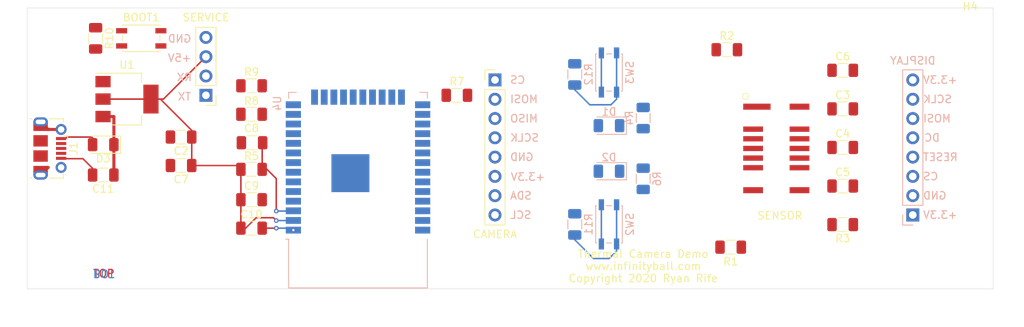
<source format=kicad_pcb>
(kicad_pcb (version 20171130) (host pcbnew "(5.1.5)-3")

  (general
    (thickness 1.6)
    (drawings 32)
    (tracks 61)
    (zones 0)
    (modules 39)
    (nets 33)
  )

  (page A4)
  (title_block
    (title "AMG8833 Thermal Camera")
    (date 2020-04-11)
    (company "Ryan Rife")
  )

  (layers
    (0 F.Cu signal)
    (31 B.Cu signal)
    (32 B.Adhes user)
    (33 F.Adhes user)
    (34 B.Paste user)
    (35 F.Paste user)
    (36 B.SilkS user)
    (37 F.SilkS user)
    (38 B.Mask user)
    (39 F.Mask user)
    (40 Dwgs.User user)
    (41 Cmts.User user)
    (42 Eco1.User user)
    (43 Eco2.User user)
    (44 Edge.Cuts user)
    (45 Margin user)
    (46 B.CrtYd user)
    (47 F.CrtYd user)
    (48 B.Fab user hide)
    (49 F.Fab user hide)
  )

  (setup
    (last_trace_width 0.4)
    (user_trace_width 0.2)
    (user_trace_width 0.4)
    (trace_clearance 0.4)
    (zone_clearance 0.508)
    (zone_45_only no)
    (trace_min 0.2)
    (via_size 0.6)
    (via_drill 0.3)
    (via_min_size 0.2)
    (via_min_drill 0.3)
    (uvia_size 0.3)
    (uvia_drill 0.1)
    (uvias_allowed no)
    (uvia_min_size 0.2)
    (uvia_min_drill 0.1)
    (edge_width 0.05)
    (segment_width 0.2)
    (pcb_text_width 0.3)
    (pcb_text_size 1.5 1.5)
    (mod_edge_width 0.12)
    (mod_text_size 1 1)
    (mod_text_width 0.15)
    (pad_size 0.4 1.35)
    (pad_drill 0)
    (pad_to_mask_clearance 0.051)
    (solder_mask_min_width 0.25)
    (aux_axis_origin 0 0)
    (visible_elements 7FFFFFFF)
    (pcbplotparams
      (layerselection 0x010f0_ffffffff)
      (usegerberextensions false)
      (usegerberattributes false)
      (usegerberadvancedattributes false)
      (creategerberjobfile false)
      (excludeedgelayer true)
      (linewidth 0.100000)
      (plotframeref false)
      (viasonmask false)
      (mode 1)
      (useauxorigin true)
      (hpglpennumber 1)
      (hpglpenspeed 20)
      (hpglpendiameter 15.000000)
      (psnegative false)
      (psa4output false)
      (plotreference true)
      (plotvalue true)
      (plotinvisibletext false)
      (padsonsilk true)
      (subtractmaskfromsilk false)
      (outputformat 1)
      (mirror false)
      (drillshape 0)
      (scaleselection 1)
      (outputdirectory "C:/Users/rwrif/Desktop/jclpcb/"))
  )

  (net 0 "")
  (net 1 GND)
  (net 2 +3V3)
  (net 3 "Net-(C4-Pad1)")
  (net 4 "Net-(C5-Pad2)")
  (net 5 "Net-(C5-Pad1)")
  (net 6 "Net-(R1-Pad2)")
  (net 7 "Net-(R2-Pad1)")
  (net 8 SCLK_CAM)
  (net 9 MISO_CAM)
  (net 10 MOSI_CAM)
  (net 11 CS_CAM)
  (net 12 MCU_RX)
  (net 13 MCU_TX)
  (net 14 SCL)
  (net 15 SDA)
  (net 16 RESET_TFT)
  (net 17 CS_TFT)
  (net 18 MOSI_TFT)
  (net 19 SCLK_TFT)
  (net 20 DC_TFT)
  (net 21 "Net-(C8-Pad1)")
  (net 22 "Net-(D1-Pad1)")
  (net 23 LED0)
  (net 24 "Net-(D2-Pad1)")
  (net 25 BOOT0)
  (net 26 BUTTON0)
  (net 27 BUTTON1)
  (net 28 "Net-(C11-Pad1)")
  (net 29 "Net-(R11-Pad1)")
  (net 30 "Net-(R12-Pad1)")
  (net 31 "Net-(BOOT1-Pad1)")
  (net 32 +5V)

  (net_class Default "This is the default net class."
    (clearance 0.4)
    (trace_width 0.4)
    (via_dia 0.6)
    (via_drill 0.3)
    (uvia_dia 0.3)
    (uvia_drill 0.1)
    (add_net +3V3)
    (add_net +5V)
    (add_net BOOT0)
    (add_net BUTTON0)
    (add_net BUTTON1)
    (add_net CS_CAM)
    (add_net CS_TFT)
    (add_net DC_TFT)
    (add_net GND)
    (add_net LED0)
    (add_net MCU_RX)
    (add_net MCU_TX)
    (add_net MISO_CAM)
    (add_net MOSI_CAM)
    (add_net MOSI_TFT)
    (add_net "Net-(BOOT1-Pad1)")
    (add_net "Net-(C11-Pad1)")
    (add_net "Net-(C4-Pad1)")
    (add_net "Net-(C5-Pad1)")
    (add_net "Net-(C5-Pad2)")
    (add_net "Net-(C8-Pad1)")
    (add_net "Net-(D1-Pad1)")
    (add_net "Net-(D2-Pad1)")
    (add_net "Net-(J1-Pad2)")
    (add_net "Net-(J1-Pad3)")
    (add_net "Net-(J1-Pad4)")
    (add_net "Net-(R1-Pad2)")
    (add_net "Net-(R11-Pad1)")
    (add_net "Net-(R12-Pad1)")
    (add_net "Net-(R2-Pad1)")
    (add_net "Net-(U4-Pad14)")
    (add_net "Net-(U4-Pad17)")
    (add_net "Net-(U4-Pad18)")
    (add_net "Net-(U4-Pad19)")
    (add_net "Net-(U4-Pad20)")
    (add_net "Net-(U4-Pad27)")
    (add_net "Net-(U4-Pad28)")
    (add_net "Net-(U4-Pad32)")
    (add_net "Net-(U4-Pad33)")
    (add_net "Net-(U4-Pad36)")
    (add_net "Net-(U4-Pad4)")
    (add_net "Net-(U4-Pad5)")
    (add_net "Net-(U4-Pad6)")
    (add_net "Net-(U4-Pad7)")
    (add_net "Net-(U4-Pad8)")
    (add_net "Net-(U4-Pad9)")
    (add_net RESET_TFT)
    (add_net SCL)
    (add_net SCLK_CAM)
    (add_net SCLK_TFT)
    (add_net SDA)
  )

  (module AMG8833:XDCR_AMG8833 (layer F.Cu) (tedit 5E8FC629) (tstamp 5E92A062)
    (at 180.5 37.5 270)
    (path /5E8FCED7)
    (fp_text reference U2 (at -3.330345 -5.393685 90) (layer F.SilkS)
      (effects (font (size 1.001614 1.001614) (thickness 0.015)))
    )
    (fp_text value AMG8833 (at 1.12305 5.63009 90) (layer F.Fab)
      (effects (font (size 1.002693 1.002693) (thickness 0.015)))
    )
    (fp_circle (center -6.85 4.05) (end -6.45 4.05) (layer F.SilkS) (width 0.1))
    (fp_line (start 6.25 -4.75) (end -6.25 -4.75) (layer F.CrtYd) (width 0.05))
    (fp_line (start 6.25 4.75) (end 6.25 -4.75) (layer F.CrtYd) (width 0.05))
    (fp_line (start -6.25 4.75) (end 6.25 4.75) (layer F.CrtYd) (width 0.05))
    (fp_line (start -6.25 -4.75) (end -6.25 4.75) (layer F.CrtYd) (width 0.05))
    (fp_line (start 5.8 -4) (end -5.8 -4) (layer F.Fab) (width 0.127))
    (fp_line (start 5.8 4) (end 5.8 -4) (layer F.Fab) (width 0.127))
    (fp_line (start -5.8 4) (end 5.8 4) (layer F.Fab) (width 0.127))
    (fp_line (start -5.8 -4) (end -5.8 4) (layer F.Fab) (width 0.127))
    (pad 13 smd rect (at -2.54 -3.05 270) (size 0.7 2.6) (layers F.Cu F.Paste F.Mask)
      (net 2 +3V3))
    (pad 12 smd rect (at -1.27 -3.05 270) (size 0.7 2.6) (layers F.Cu F.Paste F.Mask)
      (net 3 "Net-(C4-Pad1)"))
    (pad 11 smd rect (at 0 -3.05 270) (size 0.7 2.6) (layers F.Cu F.Paste F.Mask))
    (pad 10 smd rect (at 1.27 -3.05 270) (size 0.7 2.6) (layers F.Cu F.Paste F.Mask)
      (net 5 "Net-(C5-Pad1)"))
    (pad 9 smd rect (at 2.54 -3.05 270) (size 0.7 2.6) (layers F.Cu F.Paste F.Mask)
      (net 2 +3V3))
    (pad 6 smd rect (at 2.54 3.05 270) (size 0.7 2.6) (layers F.Cu F.Paste F.Mask)
      (net 1 GND))
    (pad 5 smd rect (at 1.27 3.05 270) (size 0.7 2.6) (layers F.Cu F.Paste F.Mask)
      (net 6 "Net-(R1-Pad2)"))
    (pad 4 smd rect (at 0 3.05 270) (size 0.7 2.6) (layers F.Cu F.Paste F.Mask)
      (net 7 "Net-(R2-Pad1)"))
    (pad 3 smd rect (at -1.27 3.05 270) (size 0.7 2.6) (layers F.Cu F.Paste F.Mask)
      (net 14 SCL))
    (pad 2 smd rect (at -2.54 3.05 270) (size 0.7 2.6) (layers F.Cu F.Paste F.Mask)
      (net 15 SDA))
    (pad 8 smd rect (at 5.5 -3.05 270) (size 0.8 2.6) (layers F.Cu F.Paste F.Mask))
    (pad 7 smd rect (at 5.5 3.05 270) (size 0.8 2.6) (layers F.Cu F.Paste F.Mask))
    (pad 1 smd rect (at -5.5 2.55 270) (size 0.8 3.6) (layers F.Cu F.Paste F.Mask))
    (pad 14 smd rect (at -5.5 -3.05 270) (size 0.8 2.6) (layers F.Cu F.Paste F.Mask))
  )

  (module Diode_SMD:D_1206_3216Metric (layer F.Cu) (tedit 5B301BBE) (tstamp 5EB04B2A)
    (at 92 37 180)
    (descr "Diode SMD 1206 (3216 Metric), square (rectangular) end terminal, IPC_7351 nominal, (Body size source: http://www.tortai-tech.com/upload/download/2011102023233369053.pdf), generated with kicad-footprint-generator")
    (tags diode)
    (path /5EB07070)
    (attr smd)
    (fp_text reference D3 (at 0 -1.82) (layer F.SilkS)
      (effects (font (size 1 1) (thickness 0.15)))
    )
    (fp_text value D_Schottky (at 0 1.82) (layer F.Fab)
      (effects (font (size 1 1) (thickness 0.15)))
    )
    (fp_text user %R (at 0 0) (layer F.Fab)
      (effects (font (size 0.8 0.8) (thickness 0.12)))
    )
    (fp_line (start 2.28 1.12) (end -2.28 1.12) (layer F.CrtYd) (width 0.05))
    (fp_line (start 2.28 -1.12) (end 2.28 1.12) (layer F.CrtYd) (width 0.05))
    (fp_line (start -2.28 -1.12) (end 2.28 -1.12) (layer F.CrtYd) (width 0.05))
    (fp_line (start -2.28 1.12) (end -2.28 -1.12) (layer F.CrtYd) (width 0.05))
    (fp_line (start -2.285 1.135) (end 1.6 1.135) (layer F.SilkS) (width 0.12))
    (fp_line (start -2.285 -1.135) (end -2.285 1.135) (layer F.SilkS) (width 0.12))
    (fp_line (start 1.6 -1.135) (end -2.285 -1.135) (layer F.SilkS) (width 0.12))
    (fp_line (start 1.6 0.8) (end 1.6 -0.8) (layer F.Fab) (width 0.1))
    (fp_line (start -1.6 0.8) (end 1.6 0.8) (layer F.Fab) (width 0.1))
    (fp_line (start -1.6 -0.4) (end -1.6 0.8) (layer F.Fab) (width 0.1))
    (fp_line (start -1.2 -0.8) (end -1.6 -0.4) (layer F.Fab) (width 0.1))
    (fp_line (start 1.6 -0.8) (end -1.2 -0.8) (layer F.Fab) (width 0.1))
    (pad 2 smd roundrect (at 1.4 0 180) (size 1.25 1.75) (layers F.Cu F.Paste F.Mask) (roundrect_rratio 0.2)
      (net 32 +5V))
    (pad 1 smd roundrect (at -1.4 0 180) (size 1.25 1.75) (layers F.Cu F.Paste F.Mask) (roundrect_rratio 0.2)
      (net 28 "Net-(C11-Pad1)"))
    (model ${KISYS3DMOD}/Diode_SMD.3dshapes/D_1206_3216Metric.wrl
      (at (xyz 0 0 0))
      (scale (xyz 1 1 1))
      (rotate (xyz 0 0 0))
    )
  )

  (module MountingHole:MountingHole_2.2mm_M2 (layer F.Cu) (tedit 56D1B4CB) (tstamp 5EB024E8)
    (at 206 22)
    (descr "Mounting Hole 2.2mm, no annular, M2")
    (tags "mounting hole 2.2mm no annular m2")
    (path /5EB8440B)
    (attr virtual)
    (fp_text reference H4 (at 0 -3.2) (layer F.SilkS)
      (effects (font (size 1 1) (thickness 0.15)))
    )
    (fp_text value MountingHole (at 0 3.2) (layer F.Fab)
      (effects (font (size 1 1) (thickness 0.15)))
    )
    (fp_circle (center 0 0) (end 2.45 0) (layer F.CrtYd) (width 0.05))
    (fp_circle (center 0 0) (end 2.2 0) (layer Cmts.User) (width 0.15))
    (fp_text user %R (at 0.3 0) (layer F.Fab)
      (effects (font (size 1 1) (thickness 0.15)))
    )
    (pad 1 np_thru_hole circle (at 0 0) (size 2.2 2.2) (drill 2.2) (layers *.Cu *.Mask))
  )

  (module Button_Switch_SMD:SW_SPST_EVQP2 (layer B.Cu) (tedit 5A02FC95) (tstamp 5EAF9DD2)
    (at 158.5 27.5 90)
    (descr "Light Touch Switch")
    (path /5EB292BE)
    (attr smd)
    (fp_text reference SW3 (at 0 2.75 -90) (layer B.SilkS)
      (effects (font (size 1 1) (thickness 0.15)) (justify mirror))
    )
    (fp_text value SW_Push (at 0 -3 -90) (layer B.Fab)
      (effects (font (size 1 1) (thickness 0.15)) (justify mirror))
    )
    (fp_circle (center 0 0) (end 0.9 0) (layer B.Fab) (width 0.1))
    (fp_line (start -2.45 -1.75) (end 2.45 -1.75) (layer B.SilkS) (width 0.12))
    (fp_line (start 2.45 1.75) (end -2.45 1.75) (layer B.SilkS) (width 0.12))
    (fp_line (start 2.45 0.35) (end 2.45 -0.35) (layer B.SilkS) (width 0.12))
    (fp_line (start -2.45 0.35) (end -2.45 -0.35) (layer B.SilkS) (width 0.12))
    (fp_line (start -2.45 1.75) (end -2.45 1.65) (layer B.SilkS) (width 0.12))
    (fp_line (start -2.45 -1.65) (end -2.45 -1.75) (layer B.SilkS) (width 0.12))
    (fp_line (start 2.45 -1.75) (end 2.45 -1.65) (layer B.SilkS) (width 0.12))
    (fp_line (start 2.45 1.75) (end 2.45 1.65) (layer B.SilkS) (width 0.12))
    (fp_line (start -3.55 -2) (end -3.55 2) (layer B.CrtYd) (width 0.05))
    (fp_line (start 3.55 -2) (end -3.55 -2) (layer B.CrtYd) (width 0.05))
    (fp_line (start 3.55 2) (end 3.55 -2) (layer B.CrtYd) (width 0.05))
    (fp_line (start -3.55 2) (end 3.55 2) (layer B.CrtYd) (width 0.05))
    (fp_text user %R (at 0 2.75 -90) (layer B.Fab)
      (effects (font (size 1 1) (thickness 0.15)) (justify mirror))
    )
    (fp_line (start -2.35 -1.75) (end -2.35 1.75) (layer B.Fab) (width 0.1))
    (fp_line (start 2.35 -1.75) (end -2.35 -1.75) (layer B.Fab) (width 0.1))
    (fp_line (start 2.35 1.75) (end 2.35 -1.75) (layer B.Fab) (width 0.1))
    (fp_line (start -2.35 1.75) (end 2.35 1.75) (layer B.Fab) (width 0.1))
    (pad 2 smd rect (at 2.58 -1 90) (size 1.45 0.7) (layers B.Cu B.Paste B.Mask)
      (net 1 GND))
    (pad 2 smd rect (at -2.58 -1 90) (size 1.45 0.7) (layers B.Cu B.Paste B.Mask)
      (net 1 GND))
    (pad 1 smd rect (at -2.58 1 90) (size 1.45 0.7) (layers B.Cu B.Paste B.Mask)
      (net 30 "Net-(R12-Pad1)"))
    (pad 1 smd rect (at 2.58 1 90) (size 1.45 0.7) (layers B.Cu B.Paste B.Mask)
      (net 30 "Net-(R12-Pad1)"))
    (model ${KISYS3DMOD}/Button_Switch_SMD.3dshapes/SW_SPST_EVQP2.wrl
      (at (xyz 0 0 0))
      (scale (xyz 1 1 1))
      (rotate (xyz 0 0 0))
    )
  )

  (module Button_Switch_SMD:SW_SPST_EVQP2 (layer B.Cu) (tedit 5A02FC95) (tstamp 5EAF9D9C)
    (at 158.5 47.5 90)
    (descr "Light Touch Switch")
    (path /5EB23DC5)
    (attr smd)
    (fp_text reference SW2 (at 0 2.75 -90) (layer B.SilkS)
      (effects (font (size 1 1) (thickness 0.15)) (justify mirror))
    )
    (fp_text value SW_Push (at 0 -3 -90) (layer B.Fab)
      (effects (font (size 1 1) (thickness 0.15)) (justify mirror))
    )
    (fp_circle (center 0 0) (end 0.9 0) (layer B.Fab) (width 0.1))
    (fp_line (start -2.45 -1.75) (end 2.45 -1.75) (layer B.SilkS) (width 0.12))
    (fp_line (start 2.45 1.75) (end -2.45 1.75) (layer B.SilkS) (width 0.12))
    (fp_line (start 2.45 0.35) (end 2.45 -0.35) (layer B.SilkS) (width 0.12))
    (fp_line (start -2.45 0.35) (end -2.45 -0.35) (layer B.SilkS) (width 0.12))
    (fp_line (start -2.45 1.75) (end -2.45 1.65) (layer B.SilkS) (width 0.12))
    (fp_line (start -2.45 -1.65) (end -2.45 -1.75) (layer B.SilkS) (width 0.12))
    (fp_line (start 2.45 -1.75) (end 2.45 -1.65) (layer B.SilkS) (width 0.12))
    (fp_line (start 2.45 1.75) (end 2.45 1.65) (layer B.SilkS) (width 0.12))
    (fp_line (start -3.55 -2) (end -3.55 2) (layer B.CrtYd) (width 0.05))
    (fp_line (start 3.55 -2) (end -3.55 -2) (layer B.CrtYd) (width 0.05))
    (fp_line (start 3.55 2) (end 3.55 -2) (layer B.CrtYd) (width 0.05))
    (fp_line (start -3.55 2) (end 3.55 2) (layer B.CrtYd) (width 0.05))
    (fp_text user %R (at 0 2.75 -90) (layer B.Fab)
      (effects (font (size 1 1) (thickness 0.15)) (justify mirror))
    )
    (fp_line (start -2.35 -1.75) (end -2.35 1.75) (layer B.Fab) (width 0.1))
    (fp_line (start 2.35 -1.75) (end -2.35 -1.75) (layer B.Fab) (width 0.1))
    (fp_line (start 2.35 1.75) (end 2.35 -1.75) (layer B.Fab) (width 0.1))
    (fp_line (start -2.35 1.75) (end 2.35 1.75) (layer B.Fab) (width 0.1))
    (pad 2 smd rect (at 2.58 -1 90) (size 1.45 0.7) (layers B.Cu B.Paste B.Mask)
      (net 1 GND))
    (pad 2 smd rect (at -2.58 -1 90) (size 1.45 0.7) (layers B.Cu B.Paste B.Mask)
      (net 1 GND))
    (pad 1 smd rect (at -2.58 1 90) (size 1.45 0.7) (layers B.Cu B.Paste B.Mask)
      (net 29 "Net-(R11-Pad1)"))
    (pad 1 smd rect (at 2.58 1 90) (size 1.45 0.7) (layers B.Cu B.Paste B.Mask)
      (net 29 "Net-(R11-Pad1)"))
    (model ${KISYS3DMOD}/Button_Switch_SMD.3dshapes/SW_SPST_EVQP2.wrl
      (at (xyz 0 0 0))
      (scale (xyz 1 1 1))
      (rotate (xyz 0 0 0))
    )
  )

  (module Button_Switch_SMD:SW_SPST_EVQP2 (layer F.Cu) (tedit 5A02FC95) (tstamp 5EB05018)
    (at 97 23)
    (descr "Light Touch Switch")
    (path /5EB06D35)
    (attr smd)
    (fp_text reference BOOT1 (at 0 -2.75) (layer F.SilkS)
      (effects (font (size 1 1) (thickness 0.15)))
    )
    (fp_text value SW_Push (at 0 3) (layer F.Fab)
      (effects (font (size 1 1) (thickness 0.15)))
    )
    (fp_circle (center 0 0) (end 0.9 0) (layer F.Fab) (width 0.1))
    (fp_line (start -2.45 1.75) (end 2.45 1.75) (layer F.SilkS) (width 0.12))
    (fp_line (start 2.45 -1.75) (end -2.45 -1.75) (layer F.SilkS) (width 0.12))
    (fp_line (start 2.45 -0.35) (end 2.45 0.35) (layer F.SilkS) (width 0.12))
    (fp_line (start -2.45 -0.35) (end -2.45 0.35) (layer F.SilkS) (width 0.12))
    (fp_line (start -2.45 -1.75) (end -2.45 -1.65) (layer F.SilkS) (width 0.12))
    (fp_line (start -2.45 1.65) (end -2.45 1.75) (layer F.SilkS) (width 0.12))
    (fp_line (start 2.45 1.75) (end 2.45 1.65) (layer F.SilkS) (width 0.12))
    (fp_line (start 2.45 -1.75) (end 2.45 -1.65) (layer F.SilkS) (width 0.12))
    (fp_line (start -3.55 2) (end -3.55 -2) (layer F.CrtYd) (width 0.05))
    (fp_line (start 3.55 2) (end -3.55 2) (layer F.CrtYd) (width 0.05))
    (fp_line (start 3.55 -2) (end 3.55 2) (layer F.CrtYd) (width 0.05))
    (fp_line (start -3.55 -2) (end 3.55 -2) (layer F.CrtYd) (width 0.05))
    (fp_text user %R (at 0 -2.75) (layer F.Fab)
      (effects (font (size 1 1) (thickness 0.15)))
    )
    (fp_line (start -2.35 1.75) (end -2.35 -1.75) (layer F.Fab) (width 0.1))
    (fp_line (start 2.35 1.75) (end -2.35 1.75) (layer F.Fab) (width 0.1))
    (fp_line (start 2.35 -1.75) (end 2.35 1.75) (layer F.Fab) (width 0.1))
    (fp_line (start -2.35 -1.75) (end 2.35 -1.75) (layer F.Fab) (width 0.1))
    (pad 2 smd rect (at 2.58 1) (size 1.45 0.7) (layers F.Cu F.Paste F.Mask)
      (net 1 GND))
    (pad 2 smd rect (at -2.58 1) (size 1.45 0.7) (layers F.Cu F.Paste F.Mask)
      (net 1 GND))
    (pad 1 smd rect (at -2.58 -1) (size 1.45 0.7) (layers F.Cu F.Paste F.Mask)
      (net 31 "Net-(BOOT1-Pad1)"))
    (pad 1 smd rect (at 2.58 -1) (size 1.45 0.7) (layers F.Cu F.Paste F.Mask)
      (net 31 "Net-(BOOT1-Pad1)"))
    (model ${KISYS3DMOD}/Button_Switch_SMD.3dshapes/SW_SPST_EVQP2.wrl
      (at (xyz 0 0 0))
      (scale (xyz 1 1 1))
      (rotate (xyz 0 0 0))
    )
  )

  (module Resistor_SMD:R_1206_3216Metric (layer B.Cu) (tedit 5B301BBD) (tstamp 5EAF9CFC)
    (at 154 27.75 90)
    (descr "Resistor SMD 1206 (3216 Metric), square (rectangular) end terminal, IPC_7351 nominal, (Body size source: http://www.tortai-tech.com/upload/download/2011102023233369053.pdf), generated with kicad-footprint-generator")
    (tags resistor)
    (path /5EB28D69)
    (attr smd)
    (fp_text reference R12 (at 0 1.82 -90) (layer B.SilkS)
      (effects (font (size 1 1) (thickness 0.15)) (justify mirror))
    )
    (fp_text value 1K (at 0 -1.82 -90) (layer B.Fab)
      (effects (font (size 1 1) (thickness 0.15)) (justify mirror))
    )
    (fp_text user %R (at 0 0 -90) (layer B.Fab)
      (effects (font (size 0.8 0.8) (thickness 0.12)) (justify mirror))
    )
    (fp_line (start 2.28 -1.12) (end -2.28 -1.12) (layer B.CrtYd) (width 0.05))
    (fp_line (start 2.28 1.12) (end 2.28 -1.12) (layer B.CrtYd) (width 0.05))
    (fp_line (start -2.28 1.12) (end 2.28 1.12) (layer B.CrtYd) (width 0.05))
    (fp_line (start -2.28 -1.12) (end -2.28 1.12) (layer B.CrtYd) (width 0.05))
    (fp_line (start -0.602064 -0.91) (end 0.602064 -0.91) (layer B.SilkS) (width 0.12))
    (fp_line (start -0.602064 0.91) (end 0.602064 0.91) (layer B.SilkS) (width 0.12))
    (fp_line (start 1.6 -0.8) (end -1.6 -0.8) (layer B.Fab) (width 0.1))
    (fp_line (start 1.6 0.8) (end 1.6 -0.8) (layer B.Fab) (width 0.1))
    (fp_line (start -1.6 0.8) (end 1.6 0.8) (layer B.Fab) (width 0.1))
    (fp_line (start -1.6 -0.8) (end -1.6 0.8) (layer B.Fab) (width 0.1))
    (pad 2 smd roundrect (at 1.4 0 90) (size 1.25 1.75) (layers B.Cu B.Paste B.Mask) (roundrect_rratio 0.2)
      (net 27 BUTTON1))
    (pad 1 smd roundrect (at -1.4 0 90) (size 1.25 1.75) (layers B.Cu B.Paste B.Mask) (roundrect_rratio 0.2)
      (net 30 "Net-(R12-Pad1)"))
    (model ${KISYS3DMOD}/Resistor_SMD.3dshapes/R_1206_3216Metric.wrl
      (at (xyz 0 0 0))
      (scale (xyz 1 1 1))
      (rotate (xyz 0 0 0))
    )
  )

  (module Resistor_SMD:R_1206_3216Metric (layer B.Cu) (tedit 5B301BBD) (tstamp 5EAF9CEB)
    (at 154 47.5 90)
    (descr "Resistor SMD 1206 (3216 Metric), square (rectangular) end terminal, IPC_7351 nominal, (Body size source: http://www.tortai-tech.com/upload/download/2011102023233369053.pdf), generated with kicad-footprint-generator")
    (tags resistor)
    (path /5EB239A6)
    (attr smd)
    (fp_text reference R11 (at 0 1.82 -90) (layer B.SilkS)
      (effects (font (size 1 1) (thickness 0.15)) (justify mirror))
    )
    (fp_text value 1K (at 0 -1.82 -90) (layer B.Fab)
      (effects (font (size 1 1) (thickness 0.15)) (justify mirror))
    )
    (fp_text user %R (at 0 0 -90) (layer B.Fab)
      (effects (font (size 0.8 0.8) (thickness 0.12)) (justify mirror))
    )
    (fp_line (start 2.28 -1.12) (end -2.28 -1.12) (layer B.CrtYd) (width 0.05))
    (fp_line (start 2.28 1.12) (end 2.28 -1.12) (layer B.CrtYd) (width 0.05))
    (fp_line (start -2.28 1.12) (end 2.28 1.12) (layer B.CrtYd) (width 0.05))
    (fp_line (start -2.28 -1.12) (end -2.28 1.12) (layer B.CrtYd) (width 0.05))
    (fp_line (start -0.602064 -0.91) (end 0.602064 -0.91) (layer B.SilkS) (width 0.12))
    (fp_line (start -0.602064 0.91) (end 0.602064 0.91) (layer B.SilkS) (width 0.12))
    (fp_line (start 1.6 -0.8) (end -1.6 -0.8) (layer B.Fab) (width 0.1))
    (fp_line (start 1.6 0.8) (end 1.6 -0.8) (layer B.Fab) (width 0.1))
    (fp_line (start -1.6 0.8) (end 1.6 0.8) (layer B.Fab) (width 0.1))
    (fp_line (start -1.6 -0.8) (end -1.6 0.8) (layer B.Fab) (width 0.1))
    (pad 2 smd roundrect (at 1.4 0 90) (size 1.25 1.75) (layers B.Cu B.Paste B.Mask) (roundrect_rratio 0.2)
      (net 26 BUTTON0))
    (pad 1 smd roundrect (at -1.4 0 90) (size 1.25 1.75) (layers B.Cu B.Paste B.Mask) (roundrect_rratio 0.2)
      (net 29 "Net-(R11-Pad1)"))
    (model ${KISYS3DMOD}/Resistor_SMD.3dshapes/R_1206_3216Metric.wrl
      (at (xyz 0 0 0))
      (scale (xyz 1 1 1))
      (rotate (xyz 0 0 0))
    )
  )

  (module Resistor_SMD:R_1206_3216Metric (layer F.Cu) (tedit 5B301BBD) (tstamp 5EAF9CDA)
    (at 91 23 270)
    (descr "Resistor SMD 1206 (3216 Metric), square (rectangular) end terminal, IPC_7351 nominal, (Body size source: http://www.tortai-tech.com/upload/download/2011102023233369053.pdf), generated with kicad-footprint-generator")
    (tags resistor)
    (path /5EB1D2FA)
    (attr smd)
    (fp_text reference R10 (at 0 -1.82 90) (layer F.SilkS)
      (effects (font (size 1 1) (thickness 0.15)))
    )
    (fp_text value 1K (at 0 1.82 90) (layer F.Fab)
      (effects (font (size 1 1) (thickness 0.15)))
    )
    (fp_text user %R (at 0 0 90) (layer F.Fab)
      (effects (font (size 0.8 0.8) (thickness 0.12)))
    )
    (fp_line (start 2.28 1.12) (end -2.28 1.12) (layer F.CrtYd) (width 0.05))
    (fp_line (start 2.28 -1.12) (end 2.28 1.12) (layer F.CrtYd) (width 0.05))
    (fp_line (start -2.28 -1.12) (end 2.28 -1.12) (layer F.CrtYd) (width 0.05))
    (fp_line (start -2.28 1.12) (end -2.28 -1.12) (layer F.CrtYd) (width 0.05))
    (fp_line (start -0.602064 0.91) (end 0.602064 0.91) (layer F.SilkS) (width 0.12))
    (fp_line (start -0.602064 -0.91) (end 0.602064 -0.91) (layer F.SilkS) (width 0.12))
    (fp_line (start 1.6 0.8) (end -1.6 0.8) (layer F.Fab) (width 0.1))
    (fp_line (start 1.6 -0.8) (end 1.6 0.8) (layer F.Fab) (width 0.1))
    (fp_line (start -1.6 -0.8) (end 1.6 -0.8) (layer F.Fab) (width 0.1))
    (fp_line (start -1.6 0.8) (end -1.6 -0.8) (layer F.Fab) (width 0.1))
    (pad 2 smd roundrect (at 1.4 0 270) (size 1.25 1.75) (layers F.Cu F.Paste F.Mask) (roundrect_rratio 0.2)
      (net 25 BOOT0))
    (pad 1 smd roundrect (at -1.4 0 270) (size 1.25 1.75) (layers F.Cu F.Paste F.Mask) (roundrect_rratio 0.2)
      (net 31 "Net-(BOOT1-Pad1)"))
    (model ${KISYS3DMOD}/Resistor_SMD.3dshapes/R_1206_3216Metric.wrl
      (at (xyz 0 0 0))
      (scale (xyz 1 1 1))
      (rotate (xyz 0 0 0))
    )
  )

  (module Resistor_SMD:R_1206_3216Metric (layer F.Cu) (tedit 5B301BBD) (tstamp 5EAF9CC9)
    (at 111.5 29.25)
    (descr "Resistor SMD 1206 (3216 Metric), square (rectangular) end terminal, IPC_7351 nominal, (Body size source: http://www.tortai-tech.com/upload/download/2011102023233369053.pdf), generated with kicad-footprint-generator")
    (tags resistor)
    (path /5EB28768)
    (attr smd)
    (fp_text reference R9 (at 0 -1.82) (layer F.SilkS)
      (effects (font (size 1 1) (thickness 0.15)))
    )
    (fp_text value 10K (at 0 1.82) (layer F.Fab)
      (effects (font (size 1 1) (thickness 0.15)))
    )
    (fp_text user %R (at 0 0) (layer F.Fab)
      (effects (font (size 0.8 0.8) (thickness 0.12)))
    )
    (fp_line (start 2.28 1.12) (end -2.28 1.12) (layer F.CrtYd) (width 0.05))
    (fp_line (start 2.28 -1.12) (end 2.28 1.12) (layer F.CrtYd) (width 0.05))
    (fp_line (start -2.28 -1.12) (end 2.28 -1.12) (layer F.CrtYd) (width 0.05))
    (fp_line (start -2.28 1.12) (end -2.28 -1.12) (layer F.CrtYd) (width 0.05))
    (fp_line (start -0.602064 0.91) (end 0.602064 0.91) (layer F.SilkS) (width 0.12))
    (fp_line (start -0.602064 -0.91) (end 0.602064 -0.91) (layer F.SilkS) (width 0.12))
    (fp_line (start 1.6 0.8) (end -1.6 0.8) (layer F.Fab) (width 0.1))
    (fp_line (start 1.6 -0.8) (end 1.6 0.8) (layer F.Fab) (width 0.1))
    (fp_line (start -1.6 -0.8) (end 1.6 -0.8) (layer F.Fab) (width 0.1))
    (fp_line (start -1.6 0.8) (end -1.6 -0.8) (layer F.Fab) (width 0.1))
    (pad 2 smd roundrect (at 1.4 0) (size 1.25 1.75) (layers F.Cu F.Paste F.Mask) (roundrect_rratio 0.2)
      (net 2 +3V3))
    (pad 1 smd roundrect (at -1.4 0) (size 1.25 1.75) (layers F.Cu F.Paste F.Mask) (roundrect_rratio 0.2)
      (net 27 BUTTON1))
    (model ${KISYS3DMOD}/Resistor_SMD.3dshapes/R_1206_3216Metric.wrl
      (at (xyz 0 0 0))
      (scale (xyz 1 1 1))
      (rotate (xyz 0 0 0))
    )
  )

  (module Resistor_SMD:R_1206_3216Metric (layer F.Cu) (tedit 5B301BBD) (tstamp 5EAF9CB8)
    (at 111.5 33 180)
    (descr "Resistor SMD 1206 (3216 Metric), square (rectangular) end terminal, IPC_7351 nominal, (Body size source: http://www.tortai-tech.com/upload/download/2011102023233369053.pdf), generated with kicad-footprint-generator")
    (tags resistor)
    (path /5EB236D7)
    (attr smd)
    (fp_text reference R8 (at 0 1.75 180) (layer F.SilkS)
      (effects (font (size 1 1) (thickness 0.15)))
    )
    (fp_text value 10K (at 0 1.82) (layer F.Fab)
      (effects (font (size 1 1) (thickness 0.15)))
    )
    (fp_text user %R (at 0 0) (layer F.Fab)
      (effects (font (size 0.8 0.8) (thickness 0.12)))
    )
    (fp_line (start 2.28 1.12) (end -2.28 1.12) (layer F.CrtYd) (width 0.05))
    (fp_line (start 2.28 -1.12) (end 2.28 1.12) (layer F.CrtYd) (width 0.05))
    (fp_line (start -2.28 -1.12) (end 2.28 -1.12) (layer F.CrtYd) (width 0.05))
    (fp_line (start -2.28 1.12) (end -2.28 -1.12) (layer F.CrtYd) (width 0.05))
    (fp_line (start -0.602064 0.91) (end 0.602064 0.91) (layer F.SilkS) (width 0.12))
    (fp_line (start -0.602064 -0.91) (end 0.602064 -0.91) (layer F.SilkS) (width 0.12))
    (fp_line (start 1.6 0.8) (end -1.6 0.8) (layer F.Fab) (width 0.1))
    (fp_line (start 1.6 -0.8) (end 1.6 0.8) (layer F.Fab) (width 0.1))
    (fp_line (start -1.6 -0.8) (end 1.6 -0.8) (layer F.Fab) (width 0.1))
    (fp_line (start -1.6 0.8) (end -1.6 -0.8) (layer F.Fab) (width 0.1))
    (pad 2 smd roundrect (at 1.4 0 180) (size 1.25 1.75) (layers F.Cu F.Paste F.Mask) (roundrect_rratio 0.2)
      (net 2 +3V3))
    (pad 1 smd roundrect (at -1.4 0 180) (size 1.25 1.75) (layers F.Cu F.Paste F.Mask) (roundrect_rratio 0.2)
      (net 26 BUTTON0))
    (model ${KISYS3DMOD}/Resistor_SMD.3dshapes/R_1206_3216Metric.wrl
      (at (xyz 0 0 0))
      (scale (xyz 1 1 1))
      (rotate (xyz 0 0 0))
    )
  )

  (module Resistor_SMD:R_1206_3216Metric (layer F.Cu) (tedit 5B301BBD) (tstamp 5EAF9CA7)
    (at 138.5 30.5)
    (descr "Resistor SMD 1206 (3216 Metric), square (rectangular) end terminal, IPC_7351 nominal, (Body size source: http://www.tortai-tech.com/upload/download/2011102023233369053.pdf), generated with kicad-footprint-generator")
    (tags resistor)
    (path /5EB1C342)
    (attr smd)
    (fp_text reference R7 (at 0 -1.82) (layer F.SilkS)
      (effects (font (size 1 1) (thickness 0.15)))
    )
    (fp_text value 10K (at 0 1.82) (layer F.Fab)
      (effects (font (size 1 1) (thickness 0.15)))
    )
    (fp_text user %R (at 0 0) (layer F.Fab)
      (effects (font (size 0.8 0.8) (thickness 0.12)))
    )
    (fp_line (start 2.28 1.12) (end -2.28 1.12) (layer F.CrtYd) (width 0.05))
    (fp_line (start 2.28 -1.12) (end 2.28 1.12) (layer F.CrtYd) (width 0.05))
    (fp_line (start -2.28 -1.12) (end 2.28 -1.12) (layer F.CrtYd) (width 0.05))
    (fp_line (start -2.28 1.12) (end -2.28 -1.12) (layer F.CrtYd) (width 0.05))
    (fp_line (start -0.602064 0.91) (end 0.602064 0.91) (layer F.SilkS) (width 0.12))
    (fp_line (start -0.602064 -0.91) (end 0.602064 -0.91) (layer F.SilkS) (width 0.12))
    (fp_line (start 1.6 0.8) (end -1.6 0.8) (layer F.Fab) (width 0.1))
    (fp_line (start 1.6 -0.8) (end 1.6 0.8) (layer F.Fab) (width 0.1))
    (fp_line (start -1.6 -0.8) (end 1.6 -0.8) (layer F.Fab) (width 0.1))
    (fp_line (start -1.6 0.8) (end -1.6 -0.8) (layer F.Fab) (width 0.1))
    (pad 2 smd roundrect (at 1.4 0) (size 1.25 1.75) (layers F.Cu F.Paste F.Mask) (roundrect_rratio 0.2)
      (net 2 +3V3))
    (pad 1 smd roundrect (at -1.4 0) (size 1.25 1.75) (layers F.Cu F.Paste F.Mask) (roundrect_rratio 0.2)
      (net 25 BOOT0))
    (model ${KISYS3DMOD}/Resistor_SMD.3dshapes/R_1206_3216Metric.wrl
      (at (xyz 0 0 0))
      (scale (xyz 1 1 1))
      (rotate (xyz 0 0 0))
    )
  )

  (module Resistor_SMD:R_1206_3216Metric (layer B.Cu) (tedit 5B301BBD) (tstamp 5EB06275)
    (at 163 41.5 90)
    (descr "Resistor SMD 1206 (3216 Metric), square (rectangular) end terminal, IPC_7351 nominal, (Body size source: http://www.tortai-tech.com/upload/download/2011102023233369053.pdf), generated with kicad-footprint-generator")
    (tags resistor)
    (path /5EB0B3D4)
    (attr smd)
    (fp_text reference R6 (at 0 1.82 90) (layer B.SilkS)
      (effects (font (size 1 1) (thickness 0.15)) (justify mirror))
    )
    (fp_text value 1K (at 0 -1.82 90) (layer B.Fab)
      (effects (font (size 1 1) (thickness 0.15)) (justify mirror))
    )
    (fp_text user %R (at 0 0 90) (layer B.Fab)
      (effects (font (size 0.8 0.8) (thickness 0.12)) (justify mirror))
    )
    (fp_line (start 2.28 -1.12) (end -2.28 -1.12) (layer B.CrtYd) (width 0.05))
    (fp_line (start 2.28 1.12) (end 2.28 -1.12) (layer B.CrtYd) (width 0.05))
    (fp_line (start -2.28 1.12) (end 2.28 1.12) (layer B.CrtYd) (width 0.05))
    (fp_line (start -2.28 -1.12) (end -2.28 1.12) (layer B.CrtYd) (width 0.05))
    (fp_line (start -0.602064 -0.91) (end 0.602064 -0.91) (layer B.SilkS) (width 0.12))
    (fp_line (start -0.602064 0.91) (end 0.602064 0.91) (layer B.SilkS) (width 0.12))
    (fp_line (start 1.6 -0.8) (end -1.6 -0.8) (layer B.Fab) (width 0.1))
    (fp_line (start 1.6 0.8) (end 1.6 -0.8) (layer B.Fab) (width 0.1))
    (fp_line (start -1.6 0.8) (end 1.6 0.8) (layer B.Fab) (width 0.1))
    (fp_line (start -1.6 -0.8) (end -1.6 0.8) (layer B.Fab) (width 0.1))
    (pad 2 smd roundrect (at 1.4 0 90) (size 1.25 1.75) (layers B.Cu B.Paste B.Mask) (roundrect_rratio 0.2)
      (net 24 "Net-(D2-Pad1)"))
    (pad 1 smd roundrect (at -1.4 0 90) (size 1.25 1.75) (layers B.Cu B.Paste B.Mask) (roundrect_rratio 0.2)
      (net 1 GND))
    (model ${KISYS3DMOD}/Resistor_SMD.3dshapes/R_1206_3216Metric.wrl
      (at (xyz 0 0 0))
      (scale (xyz 1 1 1))
      (rotate (xyz 0 0 0))
    )
  )

  (module Resistor_SMD:R_1206_3216Metric (layer B.Cu) (tedit 5B301BBD) (tstamp 5EADD2C8)
    (at 163 33.5 270)
    (descr "Resistor SMD 1206 (3216 Metric), square (rectangular) end terminal, IPC_7351 nominal, (Body size source: http://www.tortai-tech.com/upload/download/2011102023233369053.pdf), generated with kicad-footprint-generator")
    (tags resistor)
    (path /5EAFA78A)
    (attr smd)
    (fp_text reference R4 (at 0 1.82 270) (layer B.SilkS)
      (effects (font (size 1 1) (thickness 0.15)) (justify mirror))
    )
    (fp_text value 1K (at 0 -1.82 270) (layer B.Fab)
      (effects (font (size 1 1) (thickness 0.15)) (justify mirror))
    )
    (fp_text user %R (at 0 0 270) (layer B.Fab)
      (effects (font (size 0.8 0.8) (thickness 0.12)) (justify mirror))
    )
    (fp_line (start 2.28 -1.12) (end -2.28 -1.12) (layer B.CrtYd) (width 0.05))
    (fp_line (start 2.28 1.12) (end 2.28 -1.12) (layer B.CrtYd) (width 0.05))
    (fp_line (start -2.28 1.12) (end 2.28 1.12) (layer B.CrtYd) (width 0.05))
    (fp_line (start -2.28 -1.12) (end -2.28 1.12) (layer B.CrtYd) (width 0.05))
    (fp_line (start -0.602064 -0.91) (end 0.602064 -0.91) (layer B.SilkS) (width 0.12))
    (fp_line (start -0.602064 0.91) (end 0.602064 0.91) (layer B.SilkS) (width 0.12))
    (fp_line (start 1.6 -0.8) (end -1.6 -0.8) (layer B.Fab) (width 0.1))
    (fp_line (start 1.6 0.8) (end 1.6 -0.8) (layer B.Fab) (width 0.1))
    (fp_line (start -1.6 0.8) (end 1.6 0.8) (layer B.Fab) (width 0.1))
    (fp_line (start -1.6 -0.8) (end -1.6 0.8) (layer B.Fab) (width 0.1))
    (pad 2 smd roundrect (at 1.4 0 270) (size 1.25 1.75) (layers B.Cu B.Paste B.Mask) (roundrect_rratio 0.2)
      (net 1 GND))
    (pad 1 smd roundrect (at -1.4 0 270) (size 1.25 1.75) (layers B.Cu B.Paste B.Mask) (roundrect_rratio 0.2)
      (net 22 "Net-(D1-Pad1)"))
    (model ${KISYS3DMOD}/Resistor_SMD.3dshapes/R_1206_3216Metric.wrl
      (at (xyz 0 0 0))
      (scale (xyz 1 1 1))
      (rotate (xyz 0 0 0))
    )
  )

  (module LED_SMD:LED_1206_3216Metric (layer B.Cu) (tedit 5B301BBE) (tstamp 5EADD1DD)
    (at 158.5 40.5 180)
    (descr "LED SMD 1206 (3216 Metric), square (rectangular) end terminal, IPC_7351 nominal, (Body size source: http://www.tortai-tech.com/upload/download/2011102023233369053.pdf), generated with kicad-footprint-generator")
    (tags diode)
    (path /5EB0A864)
    (attr smd)
    (fp_text reference D2 (at 0 1.82) (layer B.SilkS)
      (effects (font (size 1 1) (thickness 0.15)) (justify mirror))
    )
    (fp_text value LED (at 0 -1.82) (layer B.Fab)
      (effects (font (size 1 1) (thickness 0.15)) (justify mirror))
    )
    (fp_text user %R (at 0 0) (layer B.Fab)
      (effects (font (size 0.8 0.8) (thickness 0.12)) (justify mirror))
    )
    (fp_line (start 2.28 -1.12) (end -2.28 -1.12) (layer B.CrtYd) (width 0.05))
    (fp_line (start 2.28 1.12) (end 2.28 -1.12) (layer B.CrtYd) (width 0.05))
    (fp_line (start -2.28 1.12) (end 2.28 1.12) (layer B.CrtYd) (width 0.05))
    (fp_line (start -2.28 -1.12) (end -2.28 1.12) (layer B.CrtYd) (width 0.05))
    (fp_line (start -2.285 -1.135) (end 1.6 -1.135) (layer B.SilkS) (width 0.12))
    (fp_line (start -2.285 1.135) (end -2.285 -1.135) (layer B.SilkS) (width 0.12))
    (fp_line (start 1.6 1.135) (end -2.285 1.135) (layer B.SilkS) (width 0.12))
    (fp_line (start 1.6 -0.8) (end 1.6 0.8) (layer B.Fab) (width 0.1))
    (fp_line (start -1.6 -0.8) (end 1.6 -0.8) (layer B.Fab) (width 0.1))
    (fp_line (start -1.6 0.4) (end -1.6 -0.8) (layer B.Fab) (width 0.1))
    (fp_line (start -1.2 0.8) (end -1.6 0.4) (layer B.Fab) (width 0.1))
    (fp_line (start 1.6 0.8) (end -1.2 0.8) (layer B.Fab) (width 0.1))
    (pad 2 smd roundrect (at 1.4 0 180) (size 1.25 1.75) (layers B.Cu B.Paste B.Mask) (roundrect_rratio 0.2)
      (net 23 LED0))
    (pad 1 smd roundrect (at -1.4 0 180) (size 1.25 1.75) (layers B.Cu B.Paste B.Mask) (roundrect_rratio 0.2)
      (net 24 "Net-(D2-Pad1)"))
    (model ${KISYS3DMOD}/LED_SMD.3dshapes/LED_1206_3216Metric.wrl
      (at (xyz 0 0 0))
      (scale (xyz 1 1 1))
      (rotate (xyz 0 0 0))
    )
  )

  (module LED_SMD:LED_1206_3216Metric (layer B.Cu) (tedit 5B301BBE) (tstamp 5EADD1CA)
    (at 158.5 34.5 180)
    (descr "LED SMD 1206 (3216 Metric), square (rectangular) end terminal, IPC_7351 nominal, (Body size source: http://www.tortai-tech.com/upload/download/2011102023233369053.pdf), generated with kicad-footprint-generator")
    (tags diode)
    (path /5EAF8776)
    (attr smd)
    (fp_text reference D1 (at 0 1.82) (layer B.SilkS)
      (effects (font (size 1 1) (thickness 0.15)) (justify mirror))
    )
    (fp_text value LED (at 0 -1.82) (layer B.Fab)
      (effects (font (size 1 1) (thickness 0.15)) (justify mirror))
    )
    (fp_text user %R (at 0 0) (layer B.Fab)
      (effects (font (size 0.8 0.8) (thickness 0.12)) (justify mirror))
    )
    (fp_line (start 2.28 -1.12) (end -2.28 -1.12) (layer B.CrtYd) (width 0.05))
    (fp_line (start 2.28 1.12) (end 2.28 -1.12) (layer B.CrtYd) (width 0.05))
    (fp_line (start -2.28 1.12) (end 2.28 1.12) (layer B.CrtYd) (width 0.05))
    (fp_line (start -2.28 -1.12) (end -2.28 1.12) (layer B.CrtYd) (width 0.05))
    (fp_line (start -2.285 -1.135) (end 1.6 -1.135) (layer B.SilkS) (width 0.12))
    (fp_line (start -2.285 1.135) (end -2.285 -1.135) (layer B.SilkS) (width 0.12))
    (fp_line (start 1.6 1.135) (end -2.285 1.135) (layer B.SilkS) (width 0.12))
    (fp_line (start 1.6 -0.8) (end 1.6 0.8) (layer B.Fab) (width 0.1))
    (fp_line (start -1.6 -0.8) (end 1.6 -0.8) (layer B.Fab) (width 0.1))
    (fp_line (start -1.6 0.4) (end -1.6 -0.8) (layer B.Fab) (width 0.1))
    (fp_line (start -1.2 0.8) (end -1.6 0.4) (layer B.Fab) (width 0.1))
    (fp_line (start 1.6 0.8) (end -1.2 0.8) (layer B.Fab) (width 0.1))
    (pad 2 smd roundrect (at 1.4 0 180) (size 1.25 1.75) (layers B.Cu B.Paste B.Mask) (roundrect_rratio 0.2)
      (net 2 +3V3))
    (pad 1 smd roundrect (at -1.4 0 180) (size 1.25 1.75) (layers B.Cu B.Paste B.Mask) (roundrect_rratio 0.2)
      (net 22 "Net-(D1-Pad1)"))
    (model ${KISYS3DMOD}/LED_SMD.3dshapes/LED_1206_3216Metric.wrl
      (at (xyz 0 0 0))
      (scale (xyz 1 1 1))
      (rotate (xyz 0 0 0))
    )
  )

  (module Capacitor_SMD:C_1206_3216Metric (layer F.Cu) (tedit 5B301BBE) (tstamp 5EADD1B7)
    (at 92 41 180)
    (descr "Capacitor SMD 1206 (3216 Metric), square (rectangular) end terminal, IPC_7351 nominal, (Body size source: http://www.tortai-tech.com/upload/download/2011102023233369053.pdf), generated with kicad-footprint-generator")
    (tags capacitor)
    (path /5EAEA72C)
    (attr smd)
    (fp_text reference C11 (at 0 -1.82) (layer F.SilkS)
      (effects (font (size 1 1) (thickness 0.15)))
    )
    (fp_text value 10uf (at 0 1.82) (layer F.Fab)
      (effects (font (size 1 1) (thickness 0.15)))
    )
    (fp_text user %R (at 0 0) (layer F.Fab)
      (effects (font (size 0.8 0.8) (thickness 0.12)))
    )
    (fp_line (start 2.28 1.12) (end -2.28 1.12) (layer F.CrtYd) (width 0.05))
    (fp_line (start 2.28 -1.12) (end 2.28 1.12) (layer F.CrtYd) (width 0.05))
    (fp_line (start -2.28 -1.12) (end 2.28 -1.12) (layer F.CrtYd) (width 0.05))
    (fp_line (start -2.28 1.12) (end -2.28 -1.12) (layer F.CrtYd) (width 0.05))
    (fp_line (start -0.602064 0.91) (end 0.602064 0.91) (layer F.SilkS) (width 0.12))
    (fp_line (start -0.602064 -0.91) (end 0.602064 -0.91) (layer F.SilkS) (width 0.12))
    (fp_line (start 1.6 0.8) (end -1.6 0.8) (layer F.Fab) (width 0.1))
    (fp_line (start 1.6 -0.8) (end 1.6 0.8) (layer F.Fab) (width 0.1))
    (fp_line (start -1.6 -0.8) (end 1.6 -0.8) (layer F.Fab) (width 0.1))
    (fp_line (start -1.6 0.8) (end -1.6 -0.8) (layer F.Fab) (width 0.1))
    (pad 2 smd roundrect (at 1.4 0 180) (size 1.25 1.75) (layers F.Cu F.Paste F.Mask) (roundrect_rratio 0.2)
      (net 1 GND))
    (pad 1 smd roundrect (at -1.4 0 180) (size 1.25 1.75) (layers F.Cu F.Paste F.Mask) (roundrect_rratio 0.2)
      (net 28 "Net-(C11-Pad1)"))
    (model ${KISYS3DMOD}/Capacitor_SMD.3dshapes/C_1206_3216Metric.wrl
      (at (xyz 0 0 0))
      (scale (xyz 1 1 1))
      (rotate (xyz 0 0 0))
    )
  )

  (module Resistor_SMD:R_1206_3216Metric (layer F.Cu) (tedit 5B301BBD) (tstamp 5E9C9A66)
    (at 111.5 40.25)
    (descr "Resistor SMD 1206 (3216 Metric), square (rectangular) end terminal, IPC_7351 nominal, (Body size source: http://www.tortai-tech.com/upload/download/2011102023233369053.pdf), generated with kicad-footprint-generator")
    (tags resistor)
    (path /5E9E7830)
    (attr smd)
    (fp_text reference R5 (at 0 -1.75) (layer F.SilkS)
      (effects (font (size 1 1) (thickness 0.15)))
    )
    (fp_text value 10K (at 0 1.82) (layer F.Fab)
      (effects (font (size 1 1) (thickness 0.15)))
    )
    (fp_text user %R (at 0 0) (layer F.Fab)
      (effects (font (size 0.8 0.8) (thickness 0.12)))
    )
    (fp_line (start 2.28 1.12) (end -2.28 1.12) (layer F.CrtYd) (width 0.05))
    (fp_line (start 2.28 -1.12) (end 2.28 1.12) (layer F.CrtYd) (width 0.05))
    (fp_line (start -2.28 -1.12) (end 2.28 -1.12) (layer F.CrtYd) (width 0.05))
    (fp_line (start -2.28 1.12) (end -2.28 -1.12) (layer F.CrtYd) (width 0.05))
    (fp_line (start -0.602064 0.91) (end 0.602064 0.91) (layer F.SilkS) (width 0.12))
    (fp_line (start -0.602064 -0.91) (end 0.602064 -0.91) (layer F.SilkS) (width 0.12))
    (fp_line (start 1.6 0.8) (end -1.6 0.8) (layer F.Fab) (width 0.1))
    (fp_line (start 1.6 -0.8) (end 1.6 0.8) (layer F.Fab) (width 0.1))
    (fp_line (start -1.6 -0.8) (end 1.6 -0.8) (layer F.Fab) (width 0.1))
    (fp_line (start -1.6 0.8) (end -1.6 -0.8) (layer F.Fab) (width 0.1))
    (pad 2 smd roundrect (at 1.4 0) (size 1.25 1.75) (layers F.Cu F.Paste F.Mask) (roundrect_rratio 0.2)
      (net 21 "Net-(C8-Pad1)"))
    (pad 1 smd roundrect (at -1.4 0) (size 1.25 1.75) (layers F.Cu F.Paste F.Mask) (roundrect_rratio 0.2)
      (net 2 +3V3))
    (model ${KISYS3DMOD}/Resistor_SMD.3dshapes/R_1206_3216Metric.wrl
      (at (xyz 0 0 0))
      (scale (xyz 1 1 1))
      (rotate (xyz 0 0 0))
    )
  )

  (module Capacitor_SMD:C_1206_3216Metric (layer F.Cu) (tedit 5B301BBE) (tstamp 5EABB836)
    (at 111.5 48)
    (descr "Capacitor SMD 1206 (3216 Metric), square (rectangular) end terminal, IPC_7351 nominal, (Body size source: http://www.tortai-tech.com/upload/download/2011102023233369053.pdf), generated with kicad-footprint-generator")
    (tags capacitor)
    (path /5E9D26B9)
    (attr smd)
    (fp_text reference C10 (at 0 -1.82) (layer F.SilkS)
      (effects (font (size 1 1) (thickness 0.15)))
    )
    (fp_text value 10uf (at 0 1.82) (layer F.Fab)
      (effects (font (size 1 1) (thickness 0.15)))
    )
    (fp_text user %R (at 0 0) (layer F.Fab)
      (effects (font (size 0.8 0.8) (thickness 0.12)))
    )
    (fp_line (start 2.28 1.12) (end -2.28 1.12) (layer F.CrtYd) (width 0.05))
    (fp_line (start 2.28 -1.12) (end 2.28 1.12) (layer F.CrtYd) (width 0.05))
    (fp_line (start -2.28 -1.12) (end 2.28 -1.12) (layer F.CrtYd) (width 0.05))
    (fp_line (start -2.28 1.12) (end -2.28 -1.12) (layer F.CrtYd) (width 0.05))
    (fp_line (start -0.602064 0.91) (end 0.602064 0.91) (layer F.SilkS) (width 0.12))
    (fp_line (start -0.602064 -0.91) (end 0.602064 -0.91) (layer F.SilkS) (width 0.12))
    (fp_line (start 1.6 0.8) (end -1.6 0.8) (layer F.Fab) (width 0.1))
    (fp_line (start 1.6 -0.8) (end 1.6 0.8) (layer F.Fab) (width 0.1))
    (fp_line (start -1.6 -0.8) (end 1.6 -0.8) (layer F.Fab) (width 0.1))
    (fp_line (start -1.6 0.8) (end -1.6 -0.8) (layer F.Fab) (width 0.1))
    (pad 2 smd roundrect (at 1.4 0) (size 1.25 1.75) (layers F.Cu F.Paste F.Mask) (roundrect_rratio 0.2)
      (net 1 GND))
    (pad 1 smd roundrect (at -1.4 0) (size 1.25 1.75) (layers F.Cu F.Paste F.Mask) (roundrect_rratio 0.2)
      (net 2 +3V3))
    (model ${KISYS3DMOD}/Capacitor_SMD.3dshapes/C_1206_3216Metric.wrl
      (at (xyz 0 0 0))
      (scale (xyz 1 1 1))
      (rotate (xyz 0 0 0))
    )
  )

  (module Capacitor_SMD:C_1206_3216Metric (layer F.Cu) (tedit 5B301BBE) (tstamp 5EABB825)
    (at 111.5 44.25)
    (descr "Capacitor SMD 1206 (3216 Metric), square (rectangular) end terminal, IPC_7351 nominal, (Body size source: http://www.tortai-tech.com/upload/download/2011102023233369053.pdf), generated with kicad-footprint-generator")
    (tags capacitor)
    (path /5E9D023A)
    (attr smd)
    (fp_text reference C9 (at 0 -1.82) (layer F.SilkS)
      (effects (font (size 1 1) (thickness 0.15)))
    )
    (fp_text value 100uf (at 0 1.82) (layer F.Fab)
      (effects (font (size 1 1) (thickness 0.15)))
    )
    (fp_text user %R (at 0 0) (layer F.Fab)
      (effects (font (size 0.8 0.8) (thickness 0.12)))
    )
    (fp_line (start 2.28 1.12) (end -2.28 1.12) (layer F.CrtYd) (width 0.05))
    (fp_line (start 2.28 -1.12) (end 2.28 1.12) (layer F.CrtYd) (width 0.05))
    (fp_line (start -2.28 -1.12) (end 2.28 -1.12) (layer F.CrtYd) (width 0.05))
    (fp_line (start -2.28 1.12) (end -2.28 -1.12) (layer F.CrtYd) (width 0.05))
    (fp_line (start -0.602064 0.91) (end 0.602064 0.91) (layer F.SilkS) (width 0.12))
    (fp_line (start -0.602064 -0.91) (end 0.602064 -0.91) (layer F.SilkS) (width 0.12))
    (fp_line (start 1.6 0.8) (end -1.6 0.8) (layer F.Fab) (width 0.1))
    (fp_line (start 1.6 -0.8) (end 1.6 0.8) (layer F.Fab) (width 0.1))
    (fp_line (start -1.6 -0.8) (end 1.6 -0.8) (layer F.Fab) (width 0.1))
    (fp_line (start -1.6 0.8) (end -1.6 -0.8) (layer F.Fab) (width 0.1))
    (pad 2 smd roundrect (at 1.4 0) (size 1.25 1.75) (layers F.Cu F.Paste F.Mask) (roundrect_rratio 0.2)
      (net 1 GND))
    (pad 1 smd roundrect (at -1.4 0) (size 1.25 1.75) (layers F.Cu F.Paste F.Mask) (roundrect_rratio 0.2)
      (net 2 +3V3))
    (model ${KISYS3DMOD}/Capacitor_SMD.3dshapes/C_1206_3216Metric.wrl
      (at (xyz 0 0 0))
      (scale (xyz 1 1 1))
      (rotate (xyz 0 0 0))
    )
  )

  (module Capacitor_SMD:C_1206_3216Metric (layer F.Cu) (tedit 5B301BBE) (tstamp 5E9C9981)
    (at 111.565 36.75 180)
    (descr "Capacitor SMD 1206 (3216 Metric), square (rectangular) end terminal, IPC_7351 nominal, (Body size source: http://www.tortai-tech.com/upload/download/2011102023233369053.pdf), generated with kicad-footprint-generator")
    (tags capacitor)
    (path /5E9E7FC8)
    (attr smd)
    (fp_text reference C8 (at 0.065 1.91) (layer F.SilkS)
      (effects (font (size 1 1) (thickness 0.15)))
    )
    (fp_text value 1uf (at 0 1.82) (layer F.Fab)
      (effects (font (size 1 1) (thickness 0.15)))
    )
    (fp_text user %R (at 0 0) (layer F.Fab)
      (effects (font (size 0.8 0.8) (thickness 0.12)))
    )
    (fp_line (start 2.28 1.12) (end -2.28 1.12) (layer F.CrtYd) (width 0.05))
    (fp_line (start 2.28 -1.12) (end 2.28 1.12) (layer F.CrtYd) (width 0.05))
    (fp_line (start -2.28 -1.12) (end 2.28 -1.12) (layer F.CrtYd) (width 0.05))
    (fp_line (start -2.28 1.12) (end -2.28 -1.12) (layer F.CrtYd) (width 0.05))
    (fp_line (start -0.602064 0.91) (end 0.602064 0.91) (layer F.SilkS) (width 0.12))
    (fp_line (start -0.602064 -0.91) (end 0.602064 -0.91) (layer F.SilkS) (width 0.12))
    (fp_line (start 1.6 0.8) (end -1.6 0.8) (layer F.Fab) (width 0.1))
    (fp_line (start 1.6 -0.8) (end 1.6 0.8) (layer F.Fab) (width 0.1))
    (fp_line (start -1.6 -0.8) (end 1.6 -0.8) (layer F.Fab) (width 0.1))
    (fp_line (start -1.6 0.8) (end -1.6 -0.8) (layer F.Fab) (width 0.1))
    (pad 2 smd roundrect (at 1.4 0 180) (size 1.25 1.75) (layers F.Cu F.Paste F.Mask) (roundrect_rratio 0.2)
      (net 1 GND))
    (pad 1 smd roundrect (at -1.4 0 180) (size 1.25 1.75) (layers F.Cu F.Paste F.Mask) (roundrect_rratio 0.2)
      (net 21 "Net-(C8-Pad1)"))
    (model ${KISYS3DMOD}/Capacitor_SMD.3dshapes/C_1206_3216Metric.wrl
      (at (xyz 0 0 0))
      (scale (xyz 1 1 1))
      (rotate (xyz 0 0 0))
    )
  )

  (module Capacitor_SMD:C_1206_3216Metric (layer F.Cu) (tedit 5B301BBE) (tstamp 5E9C9970)
    (at 102.235 39.75 180)
    (descr "Capacitor SMD 1206 (3216 Metric), square (rectangular) end terminal, IPC_7351 nominal, (Body size source: http://www.tortai-tech.com/upload/download/2011102023233369053.pdf), generated with kicad-footprint-generator")
    (tags capacitor)
    (path /5EA2E6B3)
    (attr smd)
    (fp_text reference C7 (at 0 -1.82) (layer F.SilkS)
      (effects (font (size 1 1) (thickness 0.15)))
    )
    (fp_text value 10uf (at 0 1.82) (layer F.Fab)
      (effects (font (size 1 1) (thickness 0.15)))
    )
    (fp_text user %R (at 0 0) (layer F.Fab)
      (effects (font (size 0.8 0.8) (thickness 0.12)))
    )
    (fp_line (start 2.28 1.12) (end -2.28 1.12) (layer F.CrtYd) (width 0.05))
    (fp_line (start 2.28 -1.12) (end 2.28 1.12) (layer F.CrtYd) (width 0.05))
    (fp_line (start -2.28 -1.12) (end 2.28 -1.12) (layer F.CrtYd) (width 0.05))
    (fp_line (start -2.28 1.12) (end -2.28 -1.12) (layer F.CrtYd) (width 0.05))
    (fp_line (start -0.602064 0.91) (end 0.602064 0.91) (layer F.SilkS) (width 0.12))
    (fp_line (start -0.602064 -0.91) (end 0.602064 -0.91) (layer F.SilkS) (width 0.12))
    (fp_line (start 1.6 0.8) (end -1.6 0.8) (layer F.Fab) (width 0.1))
    (fp_line (start 1.6 -0.8) (end 1.6 0.8) (layer F.Fab) (width 0.1))
    (fp_line (start -1.6 -0.8) (end 1.6 -0.8) (layer F.Fab) (width 0.1))
    (fp_line (start -1.6 0.8) (end -1.6 -0.8) (layer F.Fab) (width 0.1))
    (pad 2 smd roundrect (at 1.4 0 180) (size 1.25 1.75) (layers F.Cu F.Paste F.Mask) (roundrect_rratio 0.2)
      (net 1 GND))
    (pad 1 smd roundrect (at -1.4 0 180) (size 1.25 1.75) (layers F.Cu F.Paste F.Mask) (roundrect_rratio 0.2)
      (net 2 +3V3))
    (model ${KISYS3DMOD}/Capacitor_SMD.3dshapes/C_1206_3216Metric.wrl
      (at (xyz 0 0 0))
      (scale (xyz 1 1 1))
      (rotate (xyz 0 0 0))
    )
  )

  (module Capacitor_SMD:C_1206_3216Metric (layer F.Cu) (tedit 5B301BBE) (tstamp 5E929F91)
    (at 102.235 36 180)
    (descr "Capacitor SMD 1206 (3216 Metric), square (rectangular) end terminal, IPC_7351 nominal, (Body size source: http://www.tortai-tech.com/upload/download/2011102023233369053.pdf), generated with kicad-footprint-generator")
    (tags capacitor)
    (path /5E90199D)
    (attr smd)
    (fp_text reference C2 (at 0 -1.82) (layer F.SilkS)
      (effects (font (size 1 1) (thickness 0.15)))
    )
    (fp_text value 100uf (at 0 1.82) (layer F.Fab)
      (effects (font (size 1 1) (thickness 0.15)))
    )
    (fp_text user %R (at 0 0) (layer F.Fab)
      (effects (font (size 0.8 0.8) (thickness 0.12)))
    )
    (fp_line (start 2.28 1.12) (end -2.28 1.12) (layer F.CrtYd) (width 0.05))
    (fp_line (start 2.28 -1.12) (end 2.28 1.12) (layer F.CrtYd) (width 0.05))
    (fp_line (start -2.28 -1.12) (end 2.28 -1.12) (layer F.CrtYd) (width 0.05))
    (fp_line (start -2.28 1.12) (end -2.28 -1.12) (layer F.CrtYd) (width 0.05))
    (fp_line (start -0.602064 0.91) (end 0.602064 0.91) (layer F.SilkS) (width 0.12))
    (fp_line (start -0.602064 -0.91) (end 0.602064 -0.91) (layer F.SilkS) (width 0.12))
    (fp_line (start 1.6 0.8) (end -1.6 0.8) (layer F.Fab) (width 0.1))
    (fp_line (start 1.6 -0.8) (end 1.6 0.8) (layer F.Fab) (width 0.1))
    (fp_line (start -1.6 -0.8) (end 1.6 -0.8) (layer F.Fab) (width 0.1))
    (fp_line (start -1.6 0.8) (end -1.6 -0.8) (layer F.Fab) (width 0.1))
    (pad 2 smd roundrect (at 1.4 0 180) (size 1.25 1.75) (layers F.Cu F.Paste F.Mask) (roundrect_rratio 0.2)
      (net 1 GND))
    (pad 1 smd roundrect (at -1.4 0 180) (size 1.25 1.75) (layers F.Cu F.Paste F.Mask) (roundrect_rratio 0.2)
      (net 2 +3V3))
    (model ${KISYS3DMOD}/Capacitor_SMD.3dshapes/C_1206_3216Metric.wrl
      (at (xyz 0 0 0))
      (scale (xyz 1 1 1))
      (rotate (xyz 0 0 0))
    )
  )

  (module MountingHole:MountingHole_2.2mm_M2 (layer F.Cu) (tedit 56D1B4CB) (tstamp 5E9D0C15)
    (at 206 53)
    (descr "Mounting Hole 2.2mm, no annular, M2")
    (tags "mounting hole 2.2mm no annular m2")
    (path /5EA86657)
    (attr virtual)
    (fp_text reference H3 (at 0 -3.2) (layer F.SilkS) hide
      (effects (font (size 1 1) (thickness 0.15)))
    )
    (fp_text value MountingHole (at 0 3.2) (layer F.Fab)
      (effects (font (size 1 1) (thickness 0.15)))
    )
    (fp_circle (center 0 0) (end 2.45 0) (layer F.CrtYd) (width 0.05))
    (fp_circle (center 0 0) (end 2.2 0) (layer Cmts.User) (width 0.15))
    (fp_text user %R (at 0.3 0) (layer F.Fab)
      (effects (font (size 1 1) (thickness 0.15)))
    )
    (pad 1 np_thru_hole circle (at 0 0) (size 2.2 2.2) (drill 2.2) (layers *.Cu *.Mask))
  )

  (module MountingHole:MountingHole_2.2mm_M2 (layer F.Cu) (tedit 56D1B4CB) (tstamp 5E9D0C0D)
    (at 85 53)
    (descr "Mounting Hole 2.2mm, no annular, M2")
    (tags "mounting hole 2.2mm no annular m2")
    (path /5EA85D36)
    (attr virtual)
    (fp_text reference H2 (at 0 -3.2) (layer F.SilkS) hide
      (effects (font (size 1 1) (thickness 0.15)))
    )
    (fp_text value MountingHole (at 0 3.2) (layer F.Fab)
      (effects (font (size 1 1) (thickness 0.15)))
    )
    (fp_circle (center 0 0) (end 2.45 0) (layer F.CrtYd) (width 0.05))
    (fp_circle (center 0 0) (end 2.2 0) (layer Cmts.User) (width 0.15))
    (fp_text user %R (at 0.3 0) (layer F.Fab)
      (effects (font (size 1 1) (thickness 0.15)))
    )
    (pad 1 np_thru_hole circle (at 0 0) (size 2.2 2.2) (drill 2.2) (layers *.Cu *.Mask))
  )

  (module MountingHole:MountingHole_2.2mm_M2 (layer F.Cu) (tedit 56D1B4CB) (tstamp 5E9D0C05)
    (at 85 22)
    (descr "Mounting Hole 2.2mm, no annular, M2")
    (tags "mounting hole 2.2mm no annular m2")
    (path /5EA84768)
    (attr virtual)
    (fp_text reference H1 (at 0 -3.2) (layer F.SilkS) hide
      (effects (font (size 1 1) (thickness 0.15)))
    )
    (fp_text value MountingHole (at 0 3.2) (layer F.Fab)
      (effects (font (size 1 1) (thickness 0.15)))
    )
    (fp_circle (center 0 0) (end 2.45 0) (layer F.CrtYd) (width 0.05))
    (fp_circle (center 0 0) (end 2.2 0) (layer Cmts.User) (width 0.15))
    (fp_text user %R (at 0.3 0) (layer F.Fab)
      (effects (font (size 1 1) (thickness 0.15)))
    )
    (pad 1 np_thru_hole circle (at 0 0) (size 2.2 2.2) (drill 2.2) (layers *.Cu *.Mask))
  )

  (module Resistor_SMD:R_1206_3216Metric (layer F.Cu) (tedit 5B301BBD) (tstamp 5E92A031)
    (at 189.23 47.53 180)
    (descr "Resistor SMD 1206 (3216 Metric), square (rectangular) end terminal, IPC_7351 nominal, (Body size source: http://www.tortai-tech.com/upload/download/2011102023233369053.pdf), generated with kicad-footprint-generator")
    (tags resistor)
    (path /5E90E99D)
    (attr smd)
    (fp_text reference R3 (at 0 -1.82) (layer F.SilkS)
      (effects (font (size 1 1) (thickness 0.15)))
    )
    (fp_text value 22 (at 0 1.82) (layer F.Fab)
      (effects (font (size 1 1) (thickness 0.15)))
    )
    (fp_line (start -1.6 0.8) (end -1.6 -0.8) (layer F.Fab) (width 0.1))
    (fp_line (start -1.6 -0.8) (end 1.6 -0.8) (layer F.Fab) (width 0.1))
    (fp_line (start 1.6 -0.8) (end 1.6 0.8) (layer F.Fab) (width 0.1))
    (fp_line (start 1.6 0.8) (end -1.6 0.8) (layer F.Fab) (width 0.1))
    (fp_line (start -0.602064 -0.91) (end 0.602064 -0.91) (layer F.SilkS) (width 0.12))
    (fp_line (start -0.602064 0.91) (end 0.602064 0.91) (layer F.SilkS) (width 0.12))
    (fp_line (start -2.28 1.12) (end -2.28 -1.12) (layer F.CrtYd) (width 0.05))
    (fp_line (start -2.28 -1.12) (end 2.28 -1.12) (layer F.CrtYd) (width 0.05))
    (fp_line (start 2.28 -1.12) (end 2.28 1.12) (layer F.CrtYd) (width 0.05))
    (fp_line (start 2.28 1.12) (end -2.28 1.12) (layer F.CrtYd) (width 0.05))
    (fp_text user %R (at 0 0) (layer F.Fab)
      (effects (font (size 0.8 0.8) (thickness 0.12)))
    )
    (pad 1 smd roundrect (at -1.4 0 180) (size 1.25 1.75) (layers F.Cu F.Paste F.Mask) (roundrect_rratio 0.2)
      (net 4 "Net-(C5-Pad2)"))
    (pad 2 smd roundrect (at 1.4 0 180) (size 1.25 1.75) (layers F.Cu F.Paste F.Mask) (roundrect_rratio 0.2)
      (net 1 GND))
    (model ${KISYS3DMOD}/Resistor_SMD.3dshapes/R_1206_3216Metric.wrl
      (at (xyz 0 0 0))
      (scale (xyz 1 1 1))
      (rotate (xyz 0 0 0))
    )
  )

  (module Connector_PinHeader_2.54mm:PinHeader_1x04_P2.54mm_Vertical (layer F.Cu) (tedit 59FED5CC) (tstamp 5EB05061)
    (at 105.5 30.5 180)
    (descr "Through hole straight pin header, 1x04, 2.54mm pitch, single row")
    (tags "Through hole pin header THT 1x04 2.54mm single row")
    (path /5E944F0B)
    (fp_text reference U7 (at 0 -2.33) (layer F.SilkS) hide
      (effects (font (size 1 1) (thickness 0.15)))
    )
    (fp_text value ESP32_PROG (at 2.54 3.175 90) (layer F.Fab)
      (effects (font (size 1 1) (thickness 0.15)))
    )
    (fp_text user %R (at 0 3.81 90) (layer F.Fab)
      (effects (font (size 1 1) (thickness 0.15)))
    )
    (fp_line (start 1.8 -1.8) (end -1.8 -1.8) (layer F.CrtYd) (width 0.05))
    (fp_line (start 1.8 9.4) (end 1.8 -1.8) (layer F.CrtYd) (width 0.05))
    (fp_line (start -1.8 9.4) (end 1.8 9.4) (layer F.CrtYd) (width 0.05))
    (fp_line (start -1.8 -1.8) (end -1.8 9.4) (layer F.CrtYd) (width 0.05))
    (fp_line (start -1.33 -1.33) (end 0 -1.33) (layer F.SilkS) (width 0.12))
    (fp_line (start -1.33 0) (end -1.33 -1.33) (layer F.SilkS) (width 0.12))
    (fp_line (start -1.33 1.27) (end 1.33 1.27) (layer F.SilkS) (width 0.12))
    (fp_line (start 1.33 1.27) (end 1.33 8.95) (layer F.SilkS) (width 0.12))
    (fp_line (start -1.33 1.27) (end -1.33 8.95) (layer F.SilkS) (width 0.12))
    (fp_line (start -1.33 8.95) (end 1.33 8.95) (layer F.SilkS) (width 0.12))
    (fp_line (start -1.27 -0.635) (end -0.635 -1.27) (layer F.Fab) (width 0.1))
    (fp_line (start -1.27 8.89) (end -1.27 -0.635) (layer F.Fab) (width 0.1))
    (fp_line (start 1.27 8.89) (end -1.27 8.89) (layer F.Fab) (width 0.1))
    (fp_line (start 1.27 -1.27) (end 1.27 8.89) (layer F.Fab) (width 0.1))
    (fp_line (start -0.635 -1.27) (end 1.27 -1.27) (layer F.Fab) (width 0.1))
    (pad 4 thru_hole oval (at 0 7.62 180) (size 1.7 1.7) (drill 1) (layers *.Cu *.Mask)
      (net 1 GND))
    (pad 3 thru_hole oval (at 0 5.08 180) (size 1.7 1.7) (drill 1) (layers *.Cu *.Mask)
      (net 2 +3V3))
    (pad 2 thru_hole oval (at 0 2.54 180) (size 1.7 1.7) (drill 1) (layers *.Cu *.Mask)
      (net 12 MCU_RX))
    (pad 1 thru_hole rect (at 0 0 180) (size 1.7 1.7) (drill 1) (layers *.Cu *.Mask)
      (net 13 MCU_TX))
    (model ${KISYS3DMOD}/Connector_PinHeader_2.54mm.3dshapes/PinHeader_1x04_P2.54mm_Vertical.wrl
      (at (xyz 0 0 0))
      (scale (xyz 1 1 1))
      (rotate (xyz 0 0 0))
    )
  )

  (module Connector_PinHeader_2.54mm:PinHeader_1x08_P2.54mm_Vertical (layer F.Cu) (tedit 59FED5CC) (tstamp 5EB02D24)
    (at 143.51 28.48)
    (descr "Through hole straight pin header, 1x08, 2.54mm pitch, single row")
    (tags "Through hole pin header THT 1x08 2.54mm single row")
    (path /5E963F36)
    (fp_text reference U6 (at 0 -2.33) (layer F.SilkS) hide
      (effects (font (size 1 1) (thickness 0.15)))
    )
    (fp_text value Arducam_SPI (at 3.175 14.605 90) (layer F.Fab)
      (effects (font (size 1 1) (thickness 0.15)))
    )
    (fp_line (start -0.635 -1.27) (end 1.27 -1.27) (layer F.Fab) (width 0.1))
    (fp_line (start 1.27 -1.27) (end 1.27 19.05) (layer F.Fab) (width 0.1))
    (fp_line (start 1.27 19.05) (end -1.27 19.05) (layer F.Fab) (width 0.1))
    (fp_line (start -1.27 19.05) (end -1.27 -0.635) (layer F.Fab) (width 0.1))
    (fp_line (start -1.27 -0.635) (end -0.635 -1.27) (layer F.Fab) (width 0.1))
    (fp_line (start -1.33 19.11) (end 1.33 19.11) (layer F.SilkS) (width 0.12))
    (fp_line (start -1.33 1.27) (end -1.33 19.11) (layer F.SilkS) (width 0.12))
    (fp_line (start 1.33 1.27) (end 1.33 19.11) (layer F.SilkS) (width 0.12))
    (fp_line (start -1.33 1.27) (end 1.33 1.27) (layer F.SilkS) (width 0.12))
    (fp_line (start -1.33 0) (end -1.33 -1.33) (layer F.SilkS) (width 0.12))
    (fp_line (start -1.33 -1.33) (end 0 -1.33) (layer F.SilkS) (width 0.12))
    (fp_line (start -1.8 -1.8) (end -1.8 19.55) (layer F.CrtYd) (width 0.05))
    (fp_line (start -1.8 19.55) (end 1.8 19.55) (layer F.CrtYd) (width 0.05))
    (fp_line (start 1.8 19.55) (end 1.8 -1.8) (layer F.CrtYd) (width 0.05))
    (fp_line (start 1.8 -1.8) (end -1.8 -1.8) (layer F.CrtYd) (width 0.05))
    (fp_text user %R (at 0 8.89 90) (layer F.Fab)
      (effects (font (size 1 1) (thickness 0.15)))
    )
    (pad 1 thru_hole rect (at 0 0) (size 1.7 1.7) (drill 1) (layers *.Cu *.Mask)
      (net 11 CS_CAM))
    (pad 2 thru_hole oval (at 0 2.54) (size 1.7 1.7) (drill 1) (layers *.Cu *.Mask)
      (net 10 MOSI_CAM))
    (pad 3 thru_hole oval (at 0 5.08) (size 1.7 1.7) (drill 1) (layers *.Cu *.Mask)
      (net 9 MISO_CAM))
    (pad 4 thru_hole oval (at 0 7.62) (size 1.7 1.7) (drill 1) (layers *.Cu *.Mask)
      (net 8 SCLK_CAM))
    (pad 5 thru_hole oval (at 0 10.16) (size 1.7 1.7) (drill 1) (layers *.Cu *.Mask)
      (net 1 GND))
    (pad 6 thru_hole oval (at 0 12.7) (size 1.7 1.7) (drill 1) (layers *.Cu *.Mask)
      (net 2 +3V3))
    (pad 7 thru_hole oval (at 0 15.24) (size 1.7 1.7) (drill 1) (layers *.Cu *.Mask)
      (net 15 SDA))
    (pad 8 thru_hole oval (at 0 17.78) (size 1.7 1.7) (drill 1) (layers *.Cu *.Mask)
      (net 14 SCL))
    (model ${KISYS3DMOD}/Connector_PinHeader_2.54mm.3dshapes/PinHeader_1x08_P2.54mm_Vertical.wrl
      (at (xyz 0 0 0))
      (scale (xyz 1 1 1))
      (rotate (xyz 0 0 0))
    )
  )

  (module Connector_PinHeader_2.54mm:PinHeader_1x08_P2.54mm_Vertical (layer B.Cu) (tedit 59FED5CC) (tstamp 5EB02C51)
    (at 198.445 46.26)
    (descr "Through hole straight pin header, 1x08, 2.54mm pitch, single row")
    (tags "Through hole pin header THT 1x08 2.54mm single row")
    (path /5E925C91)
    (fp_text reference U5 (at -2.54 0 90) (layer B.SilkS) hide
      (effects (font (size 1 1) (thickness 0.15)) (justify mirror))
    )
    (fp_text value ILI9341-HLG-18 (at 0 -20.11) (layer B.Fab)
      (effects (font (size 1 1) (thickness 0.15)) (justify mirror))
    )
    (fp_text user %R (at 0 -8.89 -90) (layer B.Fab)
      (effects (font (size 1 1) (thickness 0.15)) (justify mirror))
    )
    (fp_line (start 1.8 1.8) (end -1.8 1.8) (layer B.CrtYd) (width 0.05))
    (fp_line (start 1.8 -19.55) (end 1.8 1.8) (layer B.CrtYd) (width 0.05))
    (fp_line (start -1.8 -19.55) (end 1.8 -19.55) (layer B.CrtYd) (width 0.05))
    (fp_line (start -1.8 1.8) (end -1.8 -19.55) (layer B.CrtYd) (width 0.05))
    (fp_line (start -1.33 1.33) (end 0 1.33) (layer B.SilkS) (width 0.12))
    (fp_line (start -1.33 0) (end -1.33 1.33) (layer B.SilkS) (width 0.12))
    (fp_line (start -1.33 -1.27) (end 1.33 -1.27) (layer B.SilkS) (width 0.12))
    (fp_line (start 1.33 -1.27) (end 1.33 -19.11) (layer B.SilkS) (width 0.12))
    (fp_line (start -1.33 -1.27) (end -1.33 -19.11) (layer B.SilkS) (width 0.12))
    (fp_line (start -1.33 -19.11) (end 1.33 -19.11) (layer B.SilkS) (width 0.12))
    (fp_line (start -1.27 0.635) (end -0.635 1.27) (layer B.Fab) (width 0.1))
    (fp_line (start -1.27 -19.05) (end -1.27 0.635) (layer B.Fab) (width 0.1))
    (fp_line (start 1.27 -19.05) (end -1.27 -19.05) (layer B.Fab) (width 0.1))
    (fp_line (start 1.27 1.27) (end 1.27 -19.05) (layer B.Fab) (width 0.1))
    (fp_line (start -0.635 1.27) (end 1.27 1.27) (layer B.Fab) (width 0.1))
    (pad 8 thru_hole oval (at 0 -17.78) (size 1.7 1.7) (drill 1) (layers *.Cu *.Mask)
      (net 2 +3V3))
    (pad 7 thru_hole oval (at 0 -15.24) (size 1.7 1.7) (drill 1) (layers *.Cu *.Mask)
      (net 19 SCLK_TFT))
    (pad 6 thru_hole oval (at 0 -12.7) (size 1.7 1.7) (drill 1) (layers *.Cu *.Mask)
      (net 18 MOSI_TFT))
    (pad 5 thru_hole oval (at 0 -10.16) (size 1.7 1.7) (drill 1) (layers *.Cu *.Mask)
      (net 20 DC_TFT))
    (pad 4 thru_hole oval (at 0 -7.62) (size 1.7 1.7) (drill 1) (layers *.Cu *.Mask)
      (net 16 RESET_TFT))
    (pad 3 thru_hole oval (at 0 -5.08) (size 1.7 1.7) (drill 1) (layers *.Cu *.Mask)
      (net 17 CS_TFT))
    (pad 2 thru_hole oval (at 0 -2.54) (size 1.7 1.7) (drill 1) (layers *.Cu *.Mask)
      (net 1 GND))
    (pad 1 thru_hole rect (at 0 0) (size 1.7 1.7) (drill 1) (layers *.Cu *.Mask)
      (net 2 +3V3))
    (model ${KISYS3DMOD}/Connector_PinHeader_2.54mm.3dshapes/PinHeader_1x08_P2.54mm_Vertical.wrl
      (at (xyz 0 0 0))
      (scale (xyz 1 1 1))
      (rotate (xyz 0 0 0))
    )
  )

  (module RF_Module:ESP32-WROOM-32 (layer B.Cu) (tedit 5B5B4654) (tstamp 5E92A0D1)
    (at 125.5 40)
    (descr "Single 2.4 GHz Wi-Fi and Bluetooth combo chip https://www.espressif.com/sites/default/files/documentation/esp32-wroom-32_datasheet_en.pdf")
    (tags "Single 2.4 GHz Wi-Fi and Bluetooth combo  chip")
    (path /5E8FD273)
    (attr smd)
    (fp_text reference U4 (at -10.61 -8.43 -270) (layer B.SilkS)
      (effects (font (size 1 1) (thickness 0.15)) (justify mirror))
    )
    (fp_text value ESP32-WROOM-32 (at 0 -11.5 180) (layer B.Fab)
      (effects (font (size 1 1) (thickness 0.15)) (justify mirror))
    )
    (fp_line (start -9.12 9.445) (end -9.5 9.445) (layer B.SilkS) (width 0.12))
    (fp_line (start -9.12 15.865) (end -9.12 9.445) (layer B.SilkS) (width 0.12))
    (fp_line (start 9.12 15.865) (end 9.12 9.445) (layer B.SilkS) (width 0.12))
    (fp_line (start -9.12 15.865) (end 9.12 15.865) (layer B.SilkS) (width 0.12))
    (fp_line (start 9.12 -9.88) (end 8.12 -9.88) (layer B.SilkS) (width 0.12))
    (fp_line (start 9.12 -9.1) (end 9.12 -9.88) (layer B.SilkS) (width 0.12))
    (fp_line (start -9.12 -9.88) (end -8.12 -9.88) (layer B.SilkS) (width 0.12))
    (fp_line (start -9.12 -9.1) (end -9.12 -9.88) (layer B.SilkS) (width 0.12))
    (fp_line (start 8.4 20.6) (end 8.2 20.4) (layer Cmts.User) (width 0.1))
    (fp_line (start 8.4 16) (end 8.4 20.6) (layer Cmts.User) (width 0.1))
    (fp_line (start 8.4 20.6) (end 8.6 20.4) (layer Cmts.User) (width 0.1))
    (fp_line (start 8.4 16) (end 8.6 16.2) (layer Cmts.User) (width 0.1))
    (fp_line (start 8.4 16) (end 8.2 16.2) (layer Cmts.User) (width 0.1))
    (fp_line (start -9.2 13.875) (end -9.4 14.075) (layer Cmts.User) (width 0.1))
    (fp_line (start -13.8 13.875) (end -9.2 13.875) (layer Cmts.User) (width 0.1))
    (fp_line (start -9.2 13.875) (end -9.4 13.675) (layer Cmts.User) (width 0.1))
    (fp_line (start -13.8 13.875) (end -13.6 13.675) (layer Cmts.User) (width 0.1))
    (fp_line (start -13.8 13.875) (end -13.6 14.075) (layer Cmts.User) (width 0.1))
    (fp_line (start 9.2 13.875) (end 9.4 13.675) (layer Cmts.User) (width 0.1))
    (fp_line (start 9.2 13.875) (end 9.4 14.075) (layer Cmts.User) (width 0.1))
    (fp_line (start 13.8 13.875) (end 13.6 13.675) (layer Cmts.User) (width 0.1))
    (fp_line (start 13.8 13.875) (end 13.6 14.075) (layer Cmts.User) (width 0.1))
    (fp_line (start 9.2 13.875) (end 13.8 13.875) (layer Cmts.User) (width 0.1))
    (fp_line (start 14 11.585) (end 12 9.97) (layer Dwgs.User) (width 0.1))
    (fp_line (start 14 13.2) (end 10 9.97) (layer Dwgs.User) (width 0.1))
    (fp_line (start 14 14.815) (end 8 9.97) (layer Dwgs.User) (width 0.1))
    (fp_line (start 14 16.43) (end 6 9.97) (layer Dwgs.User) (width 0.1))
    (fp_line (start 14 18.045) (end 4 9.97) (layer Dwgs.User) (width 0.1))
    (fp_line (start 14 19.66) (end 2 9.97) (layer Dwgs.User) (width 0.1))
    (fp_line (start 13.475 20.75) (end 0 9.97) (layer Dwgs.User) (width 0.1))
    (fp_line (start 11.475 20.75) (end -2 9.97) (layer Dwgs.User) (width 0.1))
    (fp_line (start 9.475 20.75) (end -4 9.97) (layer Dwgs.User) (width 0.1))
    (fp_line (start 7.475 20.75) (end -6 9.97) (layer Dwgs.User) (width 0.1))
    (fp_line (start -8 9.97) (end 5.475 20.75) (layer Dwgs.User) (width 0.1))
    (fp_line (start 3.475 20.75) (end -10 9.97) (layer Dwgs.User) (width 0.1))
    (fp_line (start 1.475 20.75) (end -12 9.97) (layer Dwgs.User) (width 0.1))
    (fp_line (start -0.525 20.75) (end -14 9.97) (layer Dwgs.User) (width 0.1))
    (fp_line (start -2.525 20.75) (end -14 11.585) (layer Dwgs.User) (width 0.1))
    (fp_line (start -4.525 20.75) (end -14 13.2) (layer Dwgs.User) (width 0.1))
    (fp_line (start -6.525 20.75) (end -14 14.815) (layer Dwgs.User) (width 0.1))
    (fp_line (start -8.525 20.75) (end -14 16.43) (layer Dwgs.User) (width 0.1))
    (fp_line (start -10.525 20.75) (end -14 18.045) (layer Dwgs.User) (width 0.1))
    (fp_line (start -12.525 20.75) (end -14 19.66) (layer Dwgs.User) (width 0.1))
    (fp_line (start 9.75 9.72) (end 14.25 9.72) (layer B.CrtYd) (width 0.05))
    (fp_line (start -14.25 9.72) (end -9.75 9.72) (layer B.CrtYd) (width 0.05))
    (fp_line (start 14.25 21) (end 14.25 9.72) (layer B.CrtYd) (width 0.05))
    (fp_line (start -14.25 21) (end -14.25 9.72) (layer B.CrtYd) (width 0.05))
    (fp_line (start 14 20.75) (end -14 20.75) (layer Dwgs.User) (width 0.1))
    (fp_line (start 14 9.97) (end 14 20.75) (layer Dwgs.User) (width 0.1))
    (fp_line (start 14 9.97) (end -14 9.97) (layer Dwgs.User) (width 0.1))
    (fp_line (start -9 9.02) (end -8.5 9.52) (layer B.Fab) (width 0.1))
    (fp_line (start -8.5 9.52) (end -9 10.02) (layer B.Fab) (width 0.1))
    (fp_line (start -9 9.02) (end -9 -9.76) (layer B.Fab) (width 0.1))
    (fp_line (start -14.25 21) (end 14.25 21) (layer B.CrtYd) (width 0.05))
    (fp_line (start 9.75 9.72) (end 9.75 -10.5) (layer B.CrtYd) (width 0.05))
    (fp_line (start -9.75 -10.5) (end 9.75 -10.5) (layer B.CrtYd) (width 0.05))
    (fp_line (start -9.75 -10.5) (end -9.75 9.72) (layer B.CrtYd) (width 0.05))
    (fp_line (start -9 15.745) (end 9 15.745) (layer B.Fab) (width 0.1))
    (fp_line (start -9 15.745) (end -9 10.02) (layer B.Fab) (width 0.1))
    (fp_line (start -9 -9.76) (end 9 -9.76) (layer B.Fab) (width 0.1))
    (fp_line (start 9 -9.76) (end 9 15.745) (layer B.Fab) (width 0.1))
    (fp_line (start -14 9.97) (end -14 20.75) (layer Dwgs.User) (width 0.1))
    (fp_text user "5 mm" (at 7.8 19.075 -270) (layer Cmts.User)
      (effects (font (size 0.5 0.5) (thickness 0.1)))
    )
    (fp_text user "5 mm" (at -11.2 14.375 180) (layer Cmts.User)
      (effects (font (size 0.5 0.5) (thickness 0.1)))
    )
    (fp_text user "5 mm" (at 11.8 14.375 180) (layer Cmts.User)
      (effects (font (size 0.5 0.5) (thickness 0.1)))
    )
    (fp_text user Antenna (at 0 13 180) (layer Cmts.User)
      (effects (font (size 1 1) (thickness 0.15)))
    )
    (fp_text user "KEEP-OUT ZONE" (at 0 19 180) (layer Cmts.User)
      (effects (font (size 1 1) (thickness 0.15)))
    )
    (fp_text user %R (at 0 0 180) (layer B.Fab)
      (effects (font (size 1 1) (thickness 0.15)) (justify mirror))
    )
    (pad 38 smd rect (at 8.5 8.255) (size 2 0.9) (layers B.Cu B.Paste B.Mask)
      (net 1 GND))
    (pad 37 smd rect (at 8.5 6.985) (size 2 0.9) (layers B.Cu B.Paste B.Mask)
      (net 10 MOSI_CAM))
    (pad 36 smd rect (at 8.5 5.715) (size 2 0.9) (layers B.Cu B.Paste B.Mask))
    (pad 35 smd rect (at 8.5 4.445) (size 2 0.9) (layers B.Cu B.Paste B.Mask)
      (net 13 MCU_TX))
    (pad 34 smd rect (at 8.5 3.175) (size 2 0.9) (layers B.Cu B.Paste B.Mask)
      (net 12 MCU_RX))
    (pad 33 smd rect (at 8.5 1.905) (size 2 0.9) (layers B.Cu B.Paste B.Mask))
    (pad 32 smd rect (at 8.5 0.635) (size 2 0.9) (layers B.Cu B.Paste B.Mask))
    (pad 31 smd rect (at 8.5 -0.635) (size 2 0.9) (layers B.Cu B.Paste B.Mask)
      (net 9 MISO_CAM))
    (pad 30 smd rect (at 8.5 -1.905) (size 2 0.9) (layers B.Cu B.Paste B.Mask)
      (net 8 SCLK_CAM))
    (pad 29 smd rect (at 8.5 -3.175) (size 2 0.9) (layers B.Cu B.Paste B.Mask)
      (net 11 CS_CAM))
    (pad 28 smd rect (at 8.5 -4.445) (size 2 0.9) (layers B.Cu B.Paste B.Mask))
    (pad 27 smd rect (at 8.5 -5.715) (size 2 0.9) (layers B.Cu B.Paste B.Mask))
    (pad 26 smd rect (at 8.5 -6.985) (size 2 0.9) (layers B.Cu B.Paste B.Mask)
      (net 16 RESET_TFT))
    (pad 25 smd rect (at 8.5 -8.255) (size 2 0.9) (layers B.Cu B.Paste B.Mask)
      (net 25 BOOT0))
    (pad 24 smd rect (at 5.715 -9.255 270) (size 2 0.9) (layers B.Cu B.Paste B.Mask)
      (net 20 DC_TFT))
    (pad 23 smd rect (at 4.445 -9.255 270) (size 2 0.9) (layers B.Cu B.Paste B.Mask)
      (net 17 CS_TFT))
    (pad 22 smd rect (at 3.175 -9.255 270) (size 2 0.9) (layers B.Cu B.Paste B.Mask)
      (net 14 SCL))
    (pad 21 smd rect (at 1.905 -9.255 270) (size 2 0.9) (layers B.Cu B.Paste B.Mask)
      (net 15 SDA))
    (pad 20 smd rect (at 0.635 -9.255 270) (size 2 0.9) (layers B.Cu B.Paste B.Mask))
    (pad 19 smd rect (at -0.635 -9.255 270) (size 2 0.9) (layers B.Cu B.Paste B.Mask))
    (pad 18 smd rect (at -1.905 -9.255 270) (size 2 0.9) (layers B.Cu B.Paste B.Mask))
    (pad 17 smd rect (at -3.175 -9.255 270) (size 2 0.9) (layers B.Cu B.Paste B.Mask))
    (pad 16 smd rect (at -4.445 -9.255 270) (size 2 0.9) (layers B.Cu B.Paste B.Mask)
      (net 18 MOSI_TFT))
    (pad 15 smd rect (at -5.715 -9.255 270) (size 2 0.9) (layers B.Cu B.Paste B.Mask)
      (net 1 GND))
    (pad 14 smd rect (at -8.5 -8.255) (size 2 0.9) (layers B.Cu B.Paste B.Mask))
    (pad 13 smd rect (at -8.5 -6.985) (size 2 0.9) (layers B.Cu B.Paste B.Mask)
      (net 19 SCLK_TFT))
    (pad 12 smd rect (at -8.5 -5.715) (size 2 0.9) (layers B.Cu B.Paste B.Mask)
      (net 23 LED0))
    (pad 11 smd rect (at -8.5 -4.445) (size 2 0.9) (layers B.Cu B.Paste B.Mask)
      (net 27 BUTTON1))
    (pad 10 smd rect (at -8.5 -3.175) (size 2 0.9) (layers B.Cu B.Paste B.Mask)
      (net 26 BUTTON0))
    (pad 9 smd rect (at -8.5 -1.905) (size 2 0.9) (layers B.Cu B.Paste B.Mask))
    (pad 8 smd rect (at -8.5 -0.635) (size 2 0.9) (layers B.Cu B.Paste B.Mask))
    (pad 7 smd rect (at -8.5 0.635) (size 2 0.9) (layers B.Cu B.Paste B.Mask))
    (pad 6 smd rect (at -8.5 1.905) (size 2 0.9) (layers B.Cu B.Paste B.Mask))
    (pad 5 smd rect (at -8.5 3.175) (size 2 0.9) (layers B.Cu B.Paste B.Mask))
    (pad 4 smd rect (at -8.5 4.445) (size 2 0.9) (layers B.Cu B.Paste B.Mask))
    (pad 3 smd rect (at -8.5 5.715) (size 2 0.9) (layers B.Cu B.Paste B.Mask)
      (net 21 "Net-(C8-Pad1)"))
    (pad 2 smd rect (at -8.5 6.985) (size 2 0.9) (layers B.Cu B.Paste B.Mask)
      (net 2 +3V3))
    (pad 1 smd rect (at -8.5 8.255) (size 2 0.9) (layers B.Cu B.Paste B.Mask)
      (net 1 GND))
    (pad 39 smd rect (at -1 0.755) (size 5 5) (layers B.Cu B.Paste B.Mask)
      (net 1 GND))
    (model ${KISYS3DMOD}/RF_Module.3dshapes/ESP32-WROOM-32.wrl
      (at (xyz 0 0 0))
      (scale (xyz 1 1 1))
      (rotate (xyz 0 0 0))
    )
  )

  (module Package_TO_SOT_SMD:SOT-223-3_TabPin2 (layer F.Cu) (tedit 5A02FF57) (tstamp 5E92A047)
    (at 95.123 31)
    (descr "module CMS SOT223 4 pins")
    (tags "CMS SOT")
    (path /5E915F37)
    (attr smd)
    (fp_text reference U1 (at 0 -4.5) (layer F.SilkS)
      (effects (font (size 1 1) (thickness 0.15)))
    )
    (fp_text value AMS1117-3.3 (at 0 4.5) (layer F.Fab)
      (effects (font (size 1 1) (thickness 0.15)))
    )
    (fp_line (start 1.85 -3.35) (end 1.85 3.35) (layer F.Fab) (width 0.1))
    (fp_line (start -1.85 3.35) (end 1.85 3.35) (layer F.Fab) (width 0.1))
    (fp_line (start -4.1 -3.41) (end 1.91 -3.41) (layer F.SilkS) (width 0.12))
    (fp_line (start -0.85 -3.35) (end 1.85 -3.35) (layer F.Fab) (width 0.1))
    (fp_line (start -1.85 3.41) (end 1.91 3.41) (layer F.SilkS) (width 0.12))
    (fp_line (start -1.85 -2.35) (end -1.85 3.35) (layer F.Fab) (width 0.1))
    (fp_line (start -1.85 -2.35) (end -0.85 -3.35) (layer F.Fab) (width 0.1))
    (fp_line (start -4.4 -3.6) (end -4.4 3.6) (layer F.CrtYd) (width 0.05))
    (fp_line (start -4.4 3.6) (end 4.4 3.6) (layer F.CrtYd) (width 0.05))
    (fp_line (start 4.4 3.6) (end 4.4 -3.6) (layer F.CrtYd) (width 0.05))
    (fp_line (start 4.4 -3.6) (end -4.4 -3.6) (layer F.CrtYd) (width 0.05))
    (fp_line (start 1.91 -3.41) (end 1.91 -2.15) (layer F.SilkS) (width 0.12))
    (fp_line (start 1.91 3.41) (end 1.91 2.15) (layer F.SilkS) (width 0.12))
    (fp_text user %R (at 0 0 90) (layer F.Fab)
      (effects (font (size 0.8 0.8) (thickness 0.12)))
    )
    (pad 1 smd rect (at -3.15 -2.3) (size 2 1.5) (layers F.Cu F.Paste F.Mask)
      (net 1 GND))
    (pad 3 smd rect (at -3.15 2.3) (size 2 1.5) (layers F.Cu F.Paste F.Mask)
      (net 28 "Net-(C11-Pad1)"))
    (pad 2 smd rect (at -3.15 0) (size 2 1.5) (layers F.Cu F.Paste F.Mask)
      (net 2 +3V3))
    (pad 2 smd rect (at 3.15 0) (size 2 3.8) (layers F.Cu F.Paste F.Mask)
      (net 2 +3V3))
    (model ${KISYS3DMOD}/Package_TO_SOT_SMD.3dshapes/SOT-223.wrl
      (at (xyz 0 0 0))
      (scale (xyz 1 1 1))
      (rotate (xyz 0 0 0))
    )
  )

  (module Resistor_SMD:R_1206_3216Metric (layer F.Cu) (tedit 5B301BBD) (tstamp 5E92A020)
    (at 174 24.5)
    (descr "Resistor SMD 1206 (3216 Metric), square (rectangular) end terminal, IPC_7351 nominal, (Body size source: http://www.tortai-tech.com/upload/download/2011102023233369053.pdf), generated with kicad-footprint-generator")
    (tags resistor)
    (path /5E914989)
    (attr smd)
    (fp_text reference R2 (at 0 -1.82) (layer F.SilkS)
      (effects (font (size 1 1) (thickness 0.15)))
    )
    (fp_text value 5K (at 0 1.82) (layer F.Fab)
      (effects (font (size 1 1) (thickness 0.15)))
    )
    (fp_text user %R (at 0 0) (layer F.Fab)
      (effects (font (size 0.8 0.8) (thickness 0.12)))
    )
    (fp_line (start 2.28 1.12) (end -2.28 1.12) (layer F.CrtYd) (width 0.05))
    (fp_line (start 2.28 -1.12) (end 2.28 1.12) (layer F.CrtYd) (width 0.05))
    (fp_line (start -2.28 -1.12) (end 2.28 -1.12) (layer F.CrtYd) (width 0.05))
    (fp_line (start -2.28 1.12) (end -2.28 -1.12) (layer F.CrtYd) (width 0.05))
    (fp_line (start -0.602064 0.91) (end 0.602064 0.91) (layer F.SilkS) (width 0.12))
    (fp_line (start -0.602064 -0.91) (end 0.602064 -0.91) (layer F.SilkS) (width 0.12))
    (fp_line (start 1.6 0.8) (end -1.6 0.8) (layer F.Fab) (width 0.1))
    (fp_line (start 1.6 -0.8) (end 1.6 0.8) (layer F.Fab) (width 0.1))
    (fp_line (start -1.6 -0.8) (end 1.6 -0.8) (layer F.Fab) (width 0.1))
    (fp_line (start -1.6 0.8) (end -1.6 -0.8) (layer F.Fab) (width 0.1))
    (pad 2 smd roundrect (at 1.4 0) (size 1.25 1.75) (layers F.Cu F.Paste F.Mask) (roundrect_rratio 0.2)
      (net 2 +3V3))
    (pad 1 smd roundrect (at -1.4 0) (size 1.25 1.75) (layers F.Cu F.Paste F.Mask) (roundrect_rratio 0.2)
      (net 7 "Net-(R2-Pad1)"))
    (model ${KISYS3DMOD}/Resistor_SMD.3dshapes/R_1206_3216Metric.wrl
      (at (xyz 0 0 0))
      (scale (xyz 1 1 1))
      (rotate (xyz 0 0 0))
    )
  )

  (module Resistor_SMD:R_1206_3216Metric (layer F.Cu) (tedit 5B301BBD) (tstamp 5E92A00F)
    (at 174.5 50.5 180)
    (descr "Resistor SMD 1206 (3216 Metric), square (rectangular) end terminal, IPC_7351 nominal, (Body size source: http://www.tortai-tech.com/upload/download/2011102023233369053.pdf), generated with kicad-footprint-generator")
    (tags resistor)
    (path /5E911EDA)
    (attr smd)
    (fp_text reference R1 (at 0 -1.905) (layer F.SilkS)
      (effects (font (size 1 1) (thickness 0.15)))
    )
    (fp_text value 5K (at 0 1.905) (layer F.Fab)
      (effects (font (size 1 1) (thickness 0.15)))
    )
    (fp_text user %R (at 0 0) (layer F.Fab)
      (effects (font (size 0.8 0.8) (thickness 0.12)))
    )
    (fp_line (start 2.28 1.12) (end -2.28 1.12) (layer F.CrtYd) (width 0.05))
    (fp_line (start 2.28 -1.12) (end 2.28 1.12) (layer F.CrtYd) (width 0.05))
    (fp_line (start -2.28 -1.12) (end 2.28 -1.12) (layer F.CrtYd) (width 0.05))
    (fp_line (start -2.28 1.12) (end -2.28 -1.12) (layer F.CrtYd) (width 0.05))
    (fp_line (start -0.602064 0.91) (end 0.602064 0.91) (layer F.SilkS) (width 0.12))
    (fp_line (start -0.602064 -0.91) (end 0.602064 -0.91) (layer F.SilkS) (width 0.12))
    (fp_line (start 1.6 0.8) (end -1.6 0.8) (layer F.Fab) (width 0.1))
    (fp_line (start 1.6 -0.8) (end 1.6 0.8) (layer F.Fab) (width 0.1))
    (fp_line (start -1.6 -0.8) (end 1.6 -0.8) (layer F.Fab) (width 0.1))
    (fp_line (start -1.6 0.8) (end -1.6 -0.8) (layer F.Fab) (width 0.1))
    (pad 2 smd roundrect (at 1.4 0 180) (size 1.25 1.75) (layers F.Cu F.Paste F.Mask) (roundrect_rratio 0.2)
      (net 6 "Net-(R1-Pad2)"))
    (pad 1 smd roundrect (at -1.4 0 180) (size 1.25 1.75) (layers F.Cu F.Paste F.Mask) (roundrect_rratio 0.2)
      (net 2 +3V3))
    (model ${KISYS3DMOD}/Resistor_SMD.3dshapes/R_1206_3216Metric.wrl
      (at (xyz 0 0 0))
      (scale (xyz 1 1 1))
      (rotate (xyz 0 0 0))
    )
  )

  (module Connector_USB:USB_Micro-B_Molex-105017-0001 (layer F.Cu) (tedit 5E9B7ECF) (tstamp 5E929FFE)
    (at 85 37.5 270)
    (descr http://www.molex.com/pdm_docs/sd/1050170001_sd.pdf)
    (tags "Micro-USB SMD Typ-B")
    (path /5E913AC1)
    (zone_connect 2)
    (attr smd)
    (fp_text reference J1 (at 0 -3.1125 90) (layer F.SilkS)
      (effects (font (size 1 1) (thickness 0.15)))
    )
    (fp_text value USB_B_Mini (at 0.3 4.3375 90) (layer F.Fab)
      (effects (font (size 1 1) (thickness 0.15)))
    )
    (fp_line (start -1.1 -2.1225) (end -1.1 -1.9125) (layer F.Fab) (width 0.1))
    (fp_line (start -1.5 -2.1225) (end -1.5 -1.9125) (layer F.Fab) (width 0.1))
    (fp_line (start -1.5 -2.1225) (end -1.1 -2.1225) (layer F.Fab) (width 0.1))
    (fp_line (start -1.1 -1.9125) (end -1.3 -1.7125) (layer F.Fab) (width 0.1))
    (fp_line (start -1.3 -1.7125) (end -1.5 -1.9125) (layer F.Fab) (width 0.1))
    (fp_line (start -1.7 -2.3125) (end -1.7 -1.8625) (layer F.SilkS) (width 0.12))
    (fp_line (start -1.7 -2.3125) (end -1.25 -2.3125) (layer F.SilkS) (width 0.12))
    (fp_line (start 3.9 -1.7625) (end 3.45 -1.7625) (layer F.SilkS) (width 0.12))
    (fp_line (start 3.9 0.0875) (end 3.9 -1.7625) (layer F.SilkS) (width 0.12))
    (fp_line (start -3.9 2.6375) (end -3.9 2.3875) (layer F.SilkS) (width 0.12))
    (fp_line (start -3.75 3.3875) (end -3.75 -1.6125) (layer F.Fab) (width 0.1))
    (fp_line (start -3.75 -1.6125) (end 3.75 -1.6125) (layer F.Fab) (width 0.1))
    (fp_line (start -3.75 3.389204) (end 3.75 3.389204) (layer F.Fab) (width 0.1))
    (fp_line (start -3 2.689204) (end 3 2.689204) (layer F.Fab) (width 0.1))
    (fp_line (start 3.75 3.3875) (end 3.75 -1.6125) (layer F.Fab) (width 0.1))
    (fp_line (start 3.9 2.6375) (end 3.9 2.3875) (layer F.SilkS) (width 0.12))
    (fp_line (start -3.9 0.0875) (end -3.9 -1.7625) (layer F.SilkS) (width 0.12))
    (fp_line (start -3.9 -1.7625) (end -3.45 -1.7625) (layer F.SilkS) (width 0.12))
    (fp_line (start -4.4 3.64) (end -4.4 -2.46) (layer F.CrtYd) (width 0.05))
    (fp_line (start -4.4 -2.46) (end 4.4 -2.46) (layer F.CrtYd) (width 0.05))
    (fp_line (start 4.4 -2.46) (end 4.4 3.64) (layer F.CrtYd) (width 0.05))
    (fp_line (start -4.4 3.64) (end 4.4 3.64) (layer F.CrtYd) (width 0.05))
    (fp_text user %R (at 0 0.8875 90) (layer F.Fab)
      (effects (font (size 1 1) (thickness 0.15)))
    )
    (fp_text user "PCB Edge" (at 0 2.6875 90) (layer Dwgs.User)
      (effects (font (size 0.5 0.5) (thickness 0.08)))
    )
    (pad 6 smd rect (at -2.9 1.2375 270) (size 1.2 1.9) (layers F.Cu F.Mask)
      (net 1 GND) (zone_connect 2))
    (pad 6 smd rect (at 2.9 1.2375 270) (size 1.2 1.9) (layers F.Cu F.Mask)
      (net 1 GND) (zone_connect 2))
    (pad 6 thru_hole oval (at 3.5 1.2375 270) (size 1.2 1.9) (drill oval 0.6 1.3) (layers *.Cu *.Mask)
      (net 1 GND) (zone_connect 2))
    (pad 6 thru_hole oval (at -3.5 1.2375 90) (size 1.2 1.9) (drill oval 0.6 1.3) (layers *.Cu *.Mask)
      (net 1 GND) (zone_connect 2))
    (pad 6 smd rect (at -1 1.2375 270) (size 1.5 1.9) (layers F.Cu F.Paste F.Mask)
      (net 1 GND) (zone_connect 2))
    (pad 6 thru_hole circle (at 2.5 -1.4625 270) (size 1.45 1.45) (drill 0.85) (layers *.Cu *.Mask)
      (net 1 GND) (zone_connect 2))
    (pad 3 smd rect (at 0 -1.4625 270) (size 0.4 1.35) (layers F.Cu F.Paste F.Mask)
      (zone_connect 2))
    (pad 4 smd rect (at 0.65 -1.4625 270) (size 0.4 1.35) (layers F.Cu F.Paste F.Mask)
      (zone_connect 2))
    (pad 5 smd rect (at 1.3 -1.4625 270) (size 0.4 1.35) (layers F.Cu F.Paste F.Mask)
      (net 1 GND) (zone_connect 2))
    (pad 1 smd rect (at -1.3 -1.4625 270) (size 0.4 1.35) (layers F.Cu F.Paste F.Mask)
      (net 32 +5V) (zone_connect 2))
    (pad 2 smd rect (at -0.65 -1.4625 270) (size 0.4 1.35) (layers F.Cu F.Paste F.Mask)
      (zone_connect 2))
    (pad 6 thru_hole circle (at -2.5 -1.4625 270) (size 1.45 1.45) (drill 0.85) (layers *.Cu *.Mask)
      (net 1 GND) (zone_connect 2))
    (pad 6 smd rect (at 1 1.2375 270) (size 1.5 1.9) (layers F.Cu F.Paste F.Mask)
      (net 1 GND) (zone_connect 2))
    (model ${KISYS3DMOD}/Connector_USB.3dshapes/USB_Micro-B_Molex-105017-0001.wrl
      (at (xyz 0 0 0))
      (scale (xyz 1 1 1))
      (rotate (xyz 0 0 0))
    )
  )

  (module Capacitor_SMD:C_1206_3216Metric (layer F.Cu) (tedit 5B301BBE) (tstamp 5E929FD5)
    (at 189.23 27.21)
    (descr "Capacitor SMD 1206 (3216 Metric), square (rectangular) end terminal, IPC_7351 nominal, (Body size source: http://www.tortai-tech.com/upload/download/2011102023233369053.pdf), generated with kicad-footprint-generator")
    (tags capacitor)
    (path /5E908E1C)
    (attr smd)
    (fp_text reference C6 (at 0 -1.82) (layer F.SilkS)
      (effects (font (size 1 1) (thickness 0.15)))
    )
    (fp_text value 0.1uF (at 0 1.82) (layer F.Fab)
      (effects (font (size 1 1) (thickness 0.15)))
    )
    (fp_line (start -1.6 0.8) (end -1.6 -0.8) (layer F.Fab) (width 0.1))
    (fp_line (start -1.6 -0.8) (end 1.6 -0.8) (layer F.Fab) (width 0.1))
    (fp_line (start 1.6 -0.8) (end 1.6 0.8) (layer F.Fab) (width 0.1))
    (fp_line (start 1.6 0.8) (end -1.6 0.8) (layer F.Fab) (width 0.1))
    (fp_line (start -0.602064 -0.91) (end 0.602064 -0.91) (layer F.SilkS) (width 0.12))
    (fp_line (start -0.602064 0.91) (end 0.602064 0.91) (layer F.SilkS) (width 0.12))
    (fp_line (start -2.28 1.12) (end -2.28 -1.12) (layer F.CrtYd) (width 0.05))
    (fp_line (start -2.28 -1.12) (end 2.28 -1.12) (layer F.CrtYd) (width 0.05))
    (fp_line (start 2.28 -1.12) (end 2.28 1.12) (layer F.CrtYd) (width 0.05))
    (fp_line (start 2.28 1.12) (end -2.28 1.12) (layer F.CrtYd) (width 0.05))
    (fp_text user %R (at 0 0) (layer F.Fab)
      (effects (font (size 0.8 0.8) (thickness 0.12)))
    )
    (pad 1 smd roundrect (at -1.4 0) (size 1.25 1.75) (layers F.Cu F.Paste F.Mask) (roundrect_rratio 0.2)
      (net 2 +3V3))
    (pad 2 smd roundrect (at 1.4 0) (size 1.25 1.75) (layers F.Cu F.Paste F.Mask) (roundrect_rratio 0.2)
      (net 1 GND))
    (model ${KISYS3DMOD}/Capacitor_SMD.3dshapes/C_1206_3216Metric.wrl
      (at (xyz 0 0 0))
      (scale (xyz 1 1 1))
      (rotate (xyz 0 0 0))
    )
  )

  (module Capacitor_SMD:C_1206_3216Metric (layer F.Cu) (tedit 5B301BBE) (tstamp 5E929FC4)
    (at 189.23 42.45)
    (descr "Capacitor SMD 1206 (3216 Metric), square (rectangular) end terminal, IPC_7351 nominal, (Body size source: http://www.tortai-tech.com/upload/download/2011102023233369053.pdf), generated with kicad-footprint-generator")
    (tags capacitor)
    (path /5E90A96E)
    (attr smd)
    (fp_text reference C5 (at 0 -1.82) (layer F.SilkS)
      (effects (font (size 1 1) (thickness 0.15)))
    )
    (fp_text value 1uF (at 0 1.82) (layer F.Fab)
      (effects (font (size 1 1) (thickness 0.15)))
    )
    (fp_line (start -1.6 0.8) (end -1.6 -0.8) (layer F.Fab) (width 0.1))
    (fp_line (start -1.6 -0.8) (end 1.6 -0.8) (layer F.Fab) (width 0.1))
    (fp_line (start 1.6 -0.8) (end 1.6 0.8) (layer F.Fab) (width 0.1))
    (fp_line (start 1.6 0.8) (end -1.6 0.8) (layer F.Fab) (width 0.1))
    (fp_line (start -0.602064 -0.91) (end 0.602064 -0.91) (layer F.SilkS) (width 0.12))
    (fp_line (start -0.602064 0.91) (end 0.602064 0.91) (layer F.SilkS) (width 0.12))
    (fp_line (start -2.28 1.12) (end -2.28 -1.12) (layer F.CrtYd) (width 0.05))
    (fp_line (start -2.28 -1.12) (end 2.28 -1.12) (layer F.CrtYd) (width 0.05))
    (fp_line (start 2.28 -1.12) (end 2.28 1.12) (layer F.CrtYd) (width 0.05))
    (fp_line (start 2.28 1.12) (end -2.28 1.12) (layer F.CrtYd) (width 0.05))
    (fp_text user %R (at 0 0) (layer F.Fab)
      (effects (font (size 0.8 0.8) (thickness 0.12)))
    )
    (pad 1 smd roundrect (at -1.4 0) (size 1.25 1.75) (layers F.Cu F.Paste F.Mask) (roundrect_rratio 0.2)
      (net 5 "Net-(C5-Pad1)"))
    (pad 2 smd roundrect (at 1.4 0) (size 1.25 1.75) (layers F.Cu F.Paste F.Mask) (roundrect_rratio 0.2)
      (net 4 "Net-(C5-Pad2)"))
    (model ${KISYS3DMOD}/Capacitor_SMD.3dshapes/C_1206_3216Metric.wrl
      (at (xyz 0 0 0))
      (scale (xyz 1 1 1))
      (rotate (xyz 0 0 0))
    )
  )

  (module Capacitor_SMD:C_1206_3216Metric (layer F.Cu) (tedit 5B301BBE) (tstamp 5E929FB3)
    (at 189.23 37.37)
    (descr "Capacitor SMD 1206 (3216 Metric), square (rectangular) end terminal, IPC_7351 nominal, (Body size source: http://www.tortai-tech.com/upload/download/2011102023233369053.pdf), generated with kicad-footprint-generator")
    (tags capacitor)
    (path /5E90B4F3)
    (attr smd)
    (fp_text reference C4 (at 0 -1.82) (layer F.SilkS)
      (effects (font (size 1 1) (thickness 0.15)))
    )
    (fp_text value 2.2uF (at 0 1.82) (layer F.Fab)
      (effects (font (size 1 1) (thickness 0.15)))
    )
    (fp_line (start -1.6 0.8) (end -1.6 -0.8) (layer F.Fab) (width 0.1))
    (fp_line (start -1.6 -0.8) (end 1.6 -0.8) (layer F.Fab) (width 0.1))
    (fp_line (start 1.6 -0.8) (end 1.6 0.8) (layer F.Fab) (width 0.1))
    (fp_line (start 1.6 0.8) (end -1.6 0.8) (layer F.Fab) (width 0.1))
    (fp_line (start -0.602064 -0.91) (end 0.602064 -0.91) (layer F.SilkS) (width 0.12))
    (fp_line (start -0.602064 0.91) (end 0.602064 0.91) (layer F.SilkS) (width 0.12))
    (fp_line (start -2.28 1.12) (end -2.28 -1.12) (layer F.CrtYd) (width 0.05))
    (fp_line (start -2.28 -1.12) (end 2.28 -1.12) (layer F.CrtYd) (width 0.05))
    (fp_line (start 2.28 -1.12) (end 2.28 1.12) (layer F.CrtYd) (width 0.05))
    (fp_line (start 2.28 1.12) (end -2.28 1.12) (layer F.CrtYd) (width 0.05))
    (fp_text user %R (at 0 0) (layer F.Fab)
      (effects (font (size 0.8 0.8) (thickness 0.12)))
    )
    (pad 1 smd roundrect (at -1.4 0) (size 1.25 1.75) (layers F.Cu F.Paste F.Mask) (roundrect_rratio 0.2)
      (net 3 "Net-(C4-Pad1)"))
    (pad 2 smd roundrect (at 1.4 0) (size 1.25 1.75) (layers F.Cu F.Paste F.Mask) (roundrect_rratio 0.2)
      (net 1 GND))
    (model ${KISYS3DMOD}/Capacitor_SMD.3dshapes/C_1206_3216Metric.wrl
      (at (xyz 0 0 0))
      (scale (xyz 1 1 1))
      (rotate (xyz 0 0 0))
    )
  )

  (module Capacitor_SMD:C_1206_3216Metric (layer F.Cu) (tedit 5B301BBE) (tstamp 5E929FA2)
    (at 189.23 32.29)
    (descr "Capacitor SMD 1206 (3216 Metric), square (rectangular) end terminal, IPC_7351 nominal, (Body size source: http://www.tortai-tech.com/upload/download/2011102023233369053.pdf), generated with kicad-footprint-generator")
    (tags capacitor)
    (path /5E9096F4)
    (attr smd)
    (fp_text reference C3 (at 0 -1.82) (layer F.SilkS)
      (effects (font (size 1 1) (thickness 0.15)))
    )
    (fp_text value 10uF (at 0 1.82) (layer F.Fab)
      (effects (font (size 1 1) (thickness 0.15)))
    )
    (fp_line (start -1.6 0.8) (end -1.6 -0.8) (layer F.Fab) (width 0.1))
    (fp_line (start -1.6 -0.8) (end 1.6 -0.8) (layer F.Fab) (width 0.1))
    (fp_line (start 1.6 -0.8) (end 1.6 0.8) (layer F.Fab) (width 0.1))
    (fp_line (start 1.6 0.8) (end -1.6 0.8) (layer F.Fab) (width 0.1))
    (fp_line (start -0.602064 -0.91) (end 0.602064 -0.91) (layer F.SilkS) (width 0.12))
    (fp_line (start -0.602064 0.91) (end 0.602064 0.91) (layer F.SilkS) (width 0.12))
    (fp_line (start -2.28 1.12) (end -2.28 -1.12) (layer F.CrtYd) (width 0.05))
    (fp_line (start -2.28 -1.12) (end 2.28 -1.12) (layer F.CrtYd) (width 0.05))
    (fp_line (start 2.28 -1.12) (end 2.28 1.12) (layer F.CrtYd) (width 0.05))
    (fp_line (start 2.28 1.12) (end -2.28 1.12) (layer F.CrtYd) (width 0.05))
    (fp_text user %R (at 0 0) (layer F.Fab)
      (effects (font (size 0.8 0.8) (thickness 0.12)))
    )
    (pad 1 smd roundrect (at -1.4 0) (size 1.25 1.75) (layers F.Cu F.Paste F.Mask) (roundrect_rratio 0.2)
      (net 2 +3V3))
    (pad 2 smd roundrect (at 1.4 0) (size 1.25 1.75) (layers F.Cu F.Paste F.Mask) (roundrect_rratio 0.2)
      (net 1 GND))
    (model ${KISYS3DMOD}/Capacitor_SMD.3dshapes/C_1206_3216Metric.wrl
      (at (xyz 0 0 0))
      (scale (xyz 1 1 1))
      (rotate (xyz 0 0 0))
    )
  )

  (gr_line (start 78.5 37.5) (end 213 37.5) (layer Dwgs.User) (width 0.15) (tstamp 5EB02C34))
  (gr_line (start 82 56) (end 82 19) (layer Edge.Cuts) (width 0.05) (tstamp 5EB02A7F))
  (gr_line (start 209 56) (end 82 56) (layer Edge.Cuts) (width 0.05))
  (gr_line (start 209 19) (end 209 56) (layer Edge.Cuts) (width 0.05))
  (gr_line (start 82 19) (end 209 19) (layer Edge.Cuts) (width 0.05))
  (gr_text "Thermal Camera Demo\nwww.infinityball.com\nCopyright 2020 Ryan Rife" (at 163 53) (layer F.SilkS)
    (effects (font (size 1 1) (thickness 0.15)))
  )
  (gr_text +3.3V (at 199.715 28.48) (layer B.SilkS) (tstamp 5EB02C28)
    (effects (font (size 1 1) (thickness 0.15)) (justify right mirror))
  )
  (gr_text SCLK (at 199.715 31.02) (layer B.SilkS) (tstamp 5EB02C31)
    (effects (font (size 1 1) (thickness 0.15)) (justify right mirror))
  )
  (gr_text MOSI (at 199.715 33.56) (layer B.SilkS) (tstamp 5EB02C2E)
    (effects (font (size 1 1) (thickness 0.15)) (justify right mirror))
  )
  (gr_text DC (at 200.985 36.1) (layer B.SilkS) (tstamp 5EB02C1F)
    (effects (font (size 1 1) (thickness 0.15)) (justify mirror))
  )
  (gr_text RESET (at 199.715 38.64) (layer B.SilkS) (tstamp 5EB02C1C)
    (effects (font (size 1 1) (thickness 0.15)) (justify right mirror))
  )
  (gr_text CS (at 199.715 41.18) (layer B.SilkS) (tstamp 5EB02C2B)
    (effects (font (size 1 1) (thickness 0.15)) (justify right mirror))
  )
  (gr_text GND (at 199.715 43.72) (layer B.SilkS) (tstamp 5EB02C19)
    (effects (font (size 1 1) (thickness 0.15)) (justify right mirror))
  )
  (gr_text +3.3V (at 199.715 46.26) (layer B.SilkS) (tstamp 5EB02C22)
    (effects (font (size 1 1) (thickness 0.15)) (justify right mirror))
  )
  (gr_text SCL (at 145.415 46.26) (layer B.SilkS) (tstamp 5EB02D07)
    (effects (font (size 1 1) (thickness 0.15)) (justify right mirror))
  )
  (gr_text SDA (at 145.415 43.72) (layer B.SilkS) (tstamp 5EB02CFE)
    (effects (font (size 1 1) (thickness 0.15)) (justify right mirror))
  )
  (gr_text +3.3V (at 145.5 41.25) (layer B.SilkS)
    (effects (font (size 1 1) (thickness 0.15)) (justify right mirror))
  )
  (gr_text GND (at 145.415 38.64) (layer B.SilkS) (tstamp 5EB02CFB)
    (effects (font (size 1 1) (thickness 0.15)) (justify right mirror))
  )
  (gr_text SCLK (at 145.415 36.1) (layer B.SilkS) (tstamp 5EB02CF8)
    (effects (font (size 1 1) (thickness 0.15)) (justify right mirror))
  )
  (gr_text MISO (at 145.415 33.56) (layer B.SilkS) (tstamp 5EB02D04)
    (effects (font (size 1 1) (thickness 0.15)) (justify right mirror))
  )
  (gr_text MOSI (at 145.415 31.02) (layer B.SilkS) (tstamp 5EB02CF5)
    (effects (font (size 1 1) (thickness 0.15)) (justify right mirror))
  )
  (gr_text CS (at 145.415 28.48) (layer B.SilkS) (tstamp 5EB02D01)
    (effects (font (size 1 1) (thickness 0.15)) (justify right mirror))
  )
  (gr_text TX (at 102.672 30.671) (layer B.SilkS) (tstamp 5EB03A0D)
    (effects (font (size 1 1) (thickness 0.15)) (justify mirror))
  )
  (gr_text RX (at 102.672 28.131) (layer B.SilkS) (tstamp 5EB03A0A)
    (effects (font (size 1 1) (thickness 0.15)) (justify mirror))
  )
  (gr_text +5V (at 102.037 25.591) (layer B.SilkS) (tstamp 5EB05093)
    (effects (font (size 1 1) (thickness 0.15)) (justify mirror))
  )
  (gr_text GND (at 102.037 23.051) (layer B.SilkS) (tstamp 5EB05096)
    (effects (font (size 1 1) (thickness 0.15)) (justify mirror))
  )
  (gr_text SERVICE (at 105.5 20.25) (layer F.SilkS) (tstamp 5EB057E2)
    (effects (font (size 1 1) (thickness 0.15)))
  )
  (gr_text DISPLAY (at 198.445 25.94) (layer B.SilkS) (tstamp 5EB02C25)
    (effects (font (size 1 1) (thickness 0.15)) (justify mirror))
  )
  (gr_text CAMERA (at 143.51 48.8) (layer F.SilkS) (tstamp 5EB02CF2)
    (effects (font (size 1 1) (thickness 0.15)))
  )
  (gr_text SENSOR (at 180.975 46.355) (layer F.SilkS)
    (effects (font (size 1 1) (thickness 0.15)))
  )
  (gr_text TOP (at 92.075 53.975) (layer F.Cu)
    (effects (font (size 1 1) (thickness 0.15)))
  )
  (gr_text BOT (at 92.075 53.975 180) (layer B.Cu)
    (effects (font (size 1 1) (thickness 0.15)) (justify mirror))
  )

  (segment (start 84.7625 40) (end 83.7625 41) (width 0.4) (layer F.Cu) (net 1))
  (segment (start 84.7625 35) (end 83.7625 34) (width 0.4) (layer F.Cu) (net 1))
  (segment (start 86.4625 35) (end 84.7625 35) (width 0.4) (layer F.Cu) (net 1))
  (segment (start 89.325001 38.850001) (end 86.4625 38.850001) (width 0.2) (layer F.Cu) (net 1))
  (segment (start 90.6 41) (end 90.6 40.125) (width 0.2) (layer F.Cu) (net 1))
  (segment (start 90.6 40.125) (end 89.325001 38.850001) (width 0.2) (layer F.Cu) (net 1))
  (via (at 114.75 48) (size 0.6) (drill 0.3) (layers F.Cu B.Cu) (net 1))
  (segment (start 112.9 48) (end 114.75 48) (width 0.2) (layer F.Cu) (net 1))
  (segment (start 114.75 48) (end 116.745 48) (width 0.2) (layer B.Cu) (net 1))
  (via (at 117 48.255) (size 0.6) (drill 0.3) (layers F.Cu B.Cu) (net 1))
  (segment (start 116.745 48) (end 117 48.255) (width 0.2) (layer B.Cu) (net 1))
  (segment (start 157.5 50.08) (end 157.5 44.92) (width 0.2) (layer B.Cu) (net 1))
  (segment (start 157.5 30.08) (end 157.5 24.92) (width 0.2) (layer B.Cu) (net 1))
  (segment (start 91.973 31) (end 98.273 31) (width 0.2) (layer F.Cu) (net 2))
  (segment (start 109.6 39.75) (end 110.1 40.25) (width 0.2) (layer F.Cu) (net 2))
  (segment (start 103.635 39.75) (end 109.6 39.75) (width 0.2) (layer F.Cu) (net 2))
  (segment (start 110.1 40.25) (end 110.1 44.25) (width 0.2) (layer F.Cu) (net 2))
  (segment (start 110.1 44.25) (end 110.1 48) (width 0.2) (layer F.Cu) (net 2))
  (segment (start 112.10001 46.62499) (end 114.37499 46.62499) (width 0.2) (layer F.Cu) (net 2))
  (segment (start 110.1 48) (end 110.725 48) (width 0.2) (layer F.Cu) (net 2))
  (segment (start 110.725 48) (end 112.10001 46.62499) (width 0.2) (layer F.Cu) (net 2))
  (via (at 114.75 47) (size 0.6) (drill 0.3) (layers F.Cu B.Cu) (net 2))
  (segment (start 114.37499 46.62499) (end 114.75 47) (width 0.2) (layer F.Cu) (net 2))
  (segment (start 116.985 47) (end 117 46.985) (width 0.2) (layer B.Cu) (net 2))
  (segment (start 114.75 47) (end 116.985 47) (width 0.2) (layer B.Cu) (net 2))
  (segment (start 103.635 36) (end 103.635 39.75) (width 0.2) (layer F.Cu) (net 2))
  (segment (start 99.473 31) (end 98.273 31) (width 0.2) (layer F.Cu) (net 2))
  (segment (start 99.51 31) (end 99.473 31) (width 0.2) (layer F.Cu) (net 2))
  (segment (start 103.635 35.125) (end 99.51 31) (width 0.2) (layer F.Cu) (net 2))
  (segment (start 103.635 36) (end 103.635 35.125) (width 0.2) (layer F.Cu) (net 2))
  (segment (start 99.92 31) (end 105.5 25.42) (width 0.2) (layer F.Cu) (net 2))
  (segment (start 98.273 31) (end 99.92 31) (width 0.2) (layer F.Cu) (net 2))
  (segment (start 113.525 40.25) (end 114.75 41.475) (width 0.2) (layer F.Cu) (net 21))
  (segment (start 112.9 40.25) (end 113.525 40.25) (width 0.2) (layer F.Cu) (net 21))
  (via (at 114.75 45.75) (size 0.6) (drill 0.3) (layers F.Cu B.Cu) (net 21))
  (segment (start 114.75 41.475) (end 114.75 45.75) (width 0.2) (layer F.Cu) (net 21))
  (segment (start 116.965 45.75) (end 117 45.715) (width 0.2) (layer B.Cu) (net 21))
  (segment (start 114.75 45.75) (end 116.965 45.75) (width 0.2) (layer B.Cu) (net 21))
  (segment (start 112.9 36.815) (end 112.965 36.75) (width 0.2) (layer F.Cu) (net 21))
  (segment (start 112.9 40.25) (end 112.9 36.815) (width 0.2) (layer F.Cu) (net 21))
  (segment (start 93.4 40.125) (end 93.4 37) (width 0.4) (layer F.Cu) (net 28))
  (segment (start 93.4 41) (end 93.4 40.125) (width 0.4) (layer F.Cu) (net 28))
  (segment (start 93.373 33.3) (end 91.973 33.3) (width 0.4) (layer F.Cu) (net 28))
  (segment (start 93.4 33.327) (end 93.373 33.3) (width 0.4) (layer F.Cu) (net 28))
  (segment (start 93.4 37) (end 93.4 33.327) (width 0.4) (layer F.Cu) (net 28))
  (segment (start 154 49.525) (end 156.475 52) (width 0.2) (layer B.Cu) (net 29))
  (segment (start 154 48.9) (end 154 49.525) (width 0.2) (layer B.Cu) (net 29))
  (segment (start 159.5 51.005) (end 159.5 50.08) (width 0.2) (layer B.Cu) (net 29))
  (segment (start 158.505 52) (end 159.5 51.005) (width 0.2) (layer B.Cu) (net 29))
  (segment (start 156.475 52) (end 158.505 52) (width 0.2) (layer B.Cu) (net 29))
  (segment (start 159.5 50.08) (end 159.5 44.92) (width 0.2) (layer B.Cu) (net 29))
  (segment (start 154 29.775) (end 155.975 31.75) (width 0.2) (layer B.Cu) (net 30))
  (segment (start 154 29.15) (end 154 29.775) (width 0.2) (layer B.Cu) (net 30))
  (segment (start 159.5 31.005) (end 159.5 30.08) (width 0.2) (layer B.Cu) (net 30))
  (segment (start 158.755 31.75) (end 159.5 31.005) (width 0.2) (layer B.Cu) (net 30))
  (segment (start 155.975 31.75) (end 158.755 31.75) (width 0.2) (layer B.Cu) (net 30))
  (segment (start 159.5 30.08) (end 159.5 24.92) (width 0.2) (layer B.Cu) (net 30))
  (segment (start 87.275502 36) (end 87.125503 36.149999) (width 0.2) (layer F.Cu) (net 32))
  (segment (start 90.475 36) (end 87.275502 36) (width 0.2) (layer F.Cu) (net 32))
  (segment (start 90.6 37) (end 90.6 36.125) (width 0.2) (layer F.Cu) (net 32))
  (segment (start 90.6 36.125) (end 90.475 36) (width 0.2) (layer F.Cu) (net 32))

)

</source>
